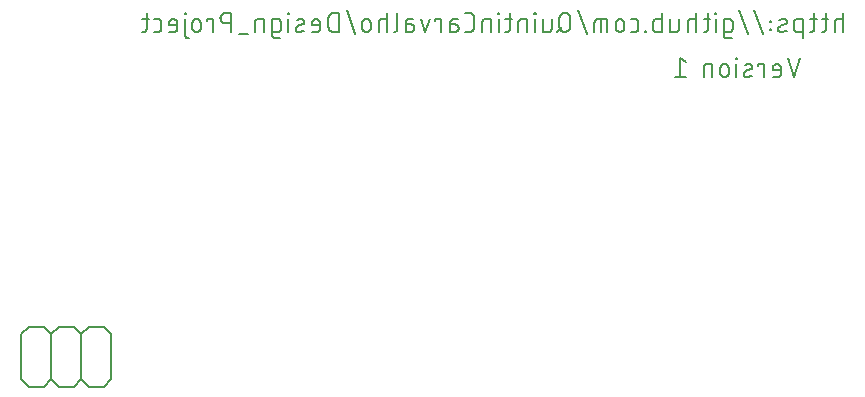
<source format=gbr>
G04 EAGLE Gerber RS-274X export*
G75*
%MOMM*%
%FSLAX34Y34*%
%LPD*%
%INSilkscreen Bottom*%
%IPPOS*%
%AMOC8*
5,1,8,0,0,1.08239X$1,22.5*%
G01*
%ADD10C,0.152400*%


D10*
X987880Y452882D02*
X987880Y469138D01*
X987880Y463719D02*
X983364Y463719D01*
X983260Y463717D01*
X983157Y463711D01*
X983053Y463701D01*
X982950Y463687D01*
X982848Y463669D01*
X982747Y463648D01*
X982646Y463622D01*
X982547Y463593D01*
X982448Y463560D01*
X982351Y463523D01*
X982256Y463482D01*
X982162Y463438D01*
X982070Y463390D01*
X981980Y463339D01*
X981891Y463284D01*
X981805Y463226D01*
X981722Y463164D01*
X981640Y463100D01*
X981562Y463032D01*
X981486Y462962D01*
X981412Y462889D01*
X981342Y462812D01*
X981274Y462734D01*
X981210Y462652D01*
X981148Y462569D01*
X981090Y462483D01*
X981035Y462394D01*
X980984Y462304D01*
X980936Y462212D01*
X980892Y462118D01*
X980851Y462023D01*
X980814Y461926D01*
X980781Y461827D01*
X980752Y461728D01*
X980726Y461627D01*
X980705Y461526D01*
X980687Y461424D01*
X980673Y461321D01*
X980663Y461217D01*
X980657Y461114D01*
X980655Y461010D01*
X980655Y452882D01*
X975109Y463719D02*
X969691Y463719D01*
X973303Y469138D02*
X973303Y455591D01*
X973301Y455490D01*
X973295Y455389D01*
X973286Y455288D01*
X973273Y455187D01*
X973256Y455087D01*
X973235Y454988D01*
X973211Y454890D01*
X973183Y454793D01*
X973151Y454696D01*
X973116Y454601D01*
X973077Y454508D01*
X973035Y454416D01*
X972989Y454325D01*
X972940Y454237D01*
X972888Y454150D01*
X972832Y454065D01*
X972774Y453982D01*
X972712Y453902D01*
X972647Y453824D01*
X972580Y453748D01*
X972510Y453675D01*
X972437Y453605D01*
X972361Y453538D01*
X972283Y453473D01*
X972203Y453411D01*
X972120Y453353D01*
X972035Y453297D01*
X971949Y453245D01*
X971860Y453196D01*
X971769Y453150D01*
X971677Y453108D01*
X971584Y453069D01*
X971489Y453034D01*
X971392Y453002D01*
X971295Y452974D01*
X971197Y452950D01*
X971098Y452929D01*
X970998Y452912D01*
X970897Y452899D01*
X970796Y452890D01*
X970695Y452884D01*
X970594Y452882D01*
X969691Y452882D01*
X965209Y463719D02*
X959791Y463719D01*
X963403Y469138D02*
X963403Y455591D01*
X963401Y455490D01*
X963395Y455389D01*
X963386Y455288D01*
X963373Y455187D01*
X963356Y455087D01*
X963335Y454988D01*
X963311Y454890D01*
X963283Y454793D01*
X963251Y454696D01*
X963216Y454601D01*
X963177Y454508D01*
X963135Y454416D01*
X963089Y454325D01*
X963040Y454237D01*
X962988Y454150D01*
X962932Y454065D01*
X962874Y453982D01*
X962812Y453902D01*
X962747Y453824D01*
X962680Y453748D01*
X962610Y453675D01*
X962537Y453605D01*
X962461Y453538D01*
X962383Y453473D01*
X962303Y453411D01*
X962220Y453353D01*
X962135Y453297D01*
X962049Y453245D01*
X961960Y453196D01*
X961869Y453150D01*
X961777Y453108D01*
X961684Y453069D01*
X961589Y453034D01*
X961492Y453002D01*
X961395Y452974D01*
X961297Y452950D01*
X961198Y452929D01*
X961098Y452912D01*
X960997Y452899D01*
X960896Y452890D01*
X960795Y452884D01*
X960694Y452882D01*
X959791Y452882D01*
X953418Y447463D02*
X953418Y463719D01*
X948903Y463719D01*
X948799Y463717D01*
X948696Y463711D01*
X948592Y463701D01*
X948489Y463687D01*
X948387Y463669D01*
X948286Y463648D01*
X948185Y463622D01*
X948086Y463593D01*
X947987Y463560D01*
X947890Y463523D01*
X947795Y463482D01*
X947701Y463438D01*
X947609Y463390D01*
X947519Y463339D01*
X947430Y463284D01*
X947344Y463226D01*
X947261Y463164D01*
X947179Y463100D01*
X947101Y463032D01*
X947025Y462962D01*
X946951Y462889D01*
X946881Y462812D01*
X946813Y462734D01*
X946749Y462652D01*
X946687Y462569D01*
X946629Y462483D01*
X946574Y462394D01*
X946523Y462304D01*
X946475Y462212D01*
X946431Y462118D01*
X946390Y462023D01*
X946353Y461926D01*
X946320Y461827D01*
X946291Y461728D01*
X946265Y461627D01*
X946244Y461526D01*
X946226Y461424D01*
X946212Y461321D01*
X946202Y461217D01*
X946196Y461114D01*
X946194Y461010D01*
X946193Y461010D02*
X946193Y455591D01*
X946194Y455591D02*
X946196Y455490D01*
X946202Y455389D01*
X946211Y455288D01*
X946224Y455187D01*
X946241Y455087D01*
X946262Y454988D01*
X946286Y454890D01*
X946314Y454793D01*
X946346Y454696D01*
X946381Y454601D01*
X946420Y454508D01*
X946462Y454416D01*
X946508Y454325D01*
X946557Y454236D01*
X946609Y454150D01*
X946665Y454065D01*
X946723Y453982D01*
X946785Y453902D01*
X946850Y453824D01*
X946917Y453748D01*
X946987Y453675D01*
X947060Y453605D01*
X947136Y453538D01*
X947214Y453473D01*
X947294Y453411D01*
X947377Y453353D01*
X947462Y453297D01*
X947549Y453245D01*
X947637Y453196D01*
X947728Y453150D01*
X947820Y453108D01*
X947913Y453069D01*
X948008Y453034D01*
X948105Y453002D01*
X948202Y452974D01*
X948300Y452950D01*
X948399Y452929D01*
X948499Y452912D01*
X948600Y452899D01*
X948701Y452890D01*
X948802Y452884D01*
X948903Y452882D01*
X953418Y452882D01*
X938590Y459204D02*
X934074Y457398D01*
X938590Y459204D02*
X938678Y459241D01*
X938764Y459282D01*
X938849Y459326D01*
X938932Y459374D01*
X939012Y459425D01*
X939091Y459479D01*
X939167Y459537D01*
X939241Y459597D01*
X939313Y459661D01*
X939381Y459727D01*
X939447Y459797D01*
X939510Y459868D01*
X939571Y459943D01*
X939628Y460019D01*
X939681Y460098D01*
X939732Y460179D01*
X939779Y460262D01*
X939823Y460347D01*
X939863Y460434D01*
X939900Y460522D01*
X939933Y460612D01*
X939963Y460703D01*
X939988Y460795D01*
X940010Y460888D01*
X940028Y460982D01*
X940043Y461076D01*
X940053Y461171D01*
X940059Y461267D01*
X940062Y461362D01*
X940061Y461458D01*
X940055Y461553D01*
X940046Y461649D01*
X940033Y461743D01*
X940017Y461837D01*
X939996Y461931D01*
X939971Y462023D01*
X939943Y462114D01*
X939911Y462204D01*
X939876Y462293D01*
X939837Y462380D01*
X939794Y462466D01*
X939748Y462550D01*
X939698Y462631D01*
X939646Y462711D01*
X939590Y462789D01*
X939530Y462864D01*
X939468Y462936D01*
X939403Y463006D01*
X939335Y463074D01*
X939265Y463138D01*
X939192Y463200D01*
X939116Y463258D01*
X939038Y463314D01*
X938958Y463366D01*
X938876Y463415D01*
X938792Y463460D01*
X938706Y463502D01*
X938619Y463541D01*
X938530Y463576D01*
X938439Y463607D01*
X938348Y463634D01*
X938255Y463658D01*
X938162Y463678D01*
X938068Y463694D01*
X937973Y463706D01*
X937878Y463715D01*
X937782Y463719D01*
X937687Y463720D01*
X937440Y463713D01*
X937194Y463701D01*
X936948Y463683D01*
X936702Y463658D01*
X936458Y463628D01*
X936214Y463592D01*
X935971Y463551D01*
X935729Y463503D01*
X935488Y463449D01*
X935249Y463390D01*
X935011Y463325D01*
X934775Y463254D01*
X934540Y463178D01*
X934307Y463096D01*
X934077Y463008D01*
X933849Y462915D01*
X933622Y462817D01*
X934074Y457397D02*
X933986Y457360D01*
X933900Y457319D01*
X933815Y457275D01*
X933732Y457227D01*
X933652Y457176D01*
X933573Y457122D01*
X933497Y457064D01*
X933423Y457004D01*
X933351Y456940D01*
X933283Y456874D01*
X933217Y456804D01*
X933154Y456733D01*
X933093Y456658D01*
X933036Y456582D01*
X932983Y456503D01*
X932932Y456422D01*
X932885Y456339D01*
X932841Y456254D01*
X932801Y456167D01*
X932764Y456079D01*
X932731Y455989D01*
X932701Y455898D01*
X932676Y455806D01*
X932654Y455713D01*
X932636Y455619D01*
X932621Y455525D01*
X932611Y455430D01*
X932605Y455334D01*
X932602Y455239D01*
X932603Y455143D01*
X932609Y455048D01*
X932618Y454952D01*
X932631Y454858D01*
X932647Y454764D01*
X932668Y454670D01*
X932693Y454578D01*
X932721Y454487D01*
X932753Y454397D01*
X932788Y454308D01*
X932827Y454221D01*
X932870Y454135D01*
X932916Y454051D01*
X932966Y453970D01*
X933018Y453890D01*
X933074Y453812D01*
X933134Y453737D01*
X933196Y453665D01*
X933261Y453595D01*
X933329Y453527D01*
X933399Y453463D01*
X933472Y453401D01*
X933548Y453343D01*
X933626Y453287D01*
X933706Y453235D01*
X933788Y453186D01*
X933872Y453141D01*
X933958Y453099D01*
X934045Y453060D01*
X934134Y453025D01*
X934225Y452994D01*
X934316Y452967D01*
X934409Y452943D01*
X934502Y452923D01*
X934596Y452907D01*
X934691Y452895D01*
X934786Y452886D01*
X934882Y452882D01*
X934977Y452881D01*
X934978Y452882D02*
X935340Y452891D01*
X935702Y452909D01*
X936063Y452936D01*
X936423Y452971D01*
X936783Y453014D01*
X937142Y453066D01*
X937499Y453127D01*
X937854Y453196D01*
X938208Y453273D01*
X938560Y453359D01*
X938910Y453453D01*
X939258Y453556D01*
X939603Y453666D01*
X939945Y453785D01*
X926363Y454237D02*
X926363Y455140D01*
X925460Y455140D01*
X925460Y454237D01*
X926363Y454237D01*
X926363Y461462D02*
X926363Y462365D01*
X925460Y462365D01*
X925460Y461462D01*
X926363Y461462D01*
X919624Y451076D02*
X912399Y470944D01*
X899894Y470944D02*
X907119Y451076D01*
X891457Y452882D02*
X886941Y452882D01*
X891457Y452882D02*
X891558Y452884D01*
X891659Y452890D01*
X891760Y452899D01*
X891861Y452912D01*
X891961Y452929D01*
X892060Y452950D01*
X892158Y452974D01*
X892255Y453002D01*
X892352Y453034D01*
X892447Y453069D01*
X892540Y453108D01*
X892632Y453150D01*
X892723Y453196D01*
X892812Y453245D01*
X892898Y453297D01*
X892983Y453353D01*
X893066Y453411D01*
X893146Y453473D01*
X893224Y453538D01*
X893300Y453605D01*
X893373Y453675D01*
X893443Y453748D01*
X893510Y453824D01*
X893575Y453902D01*
X893637Y453982D01*
X893695Y454065D01*
X893751Y454150D01*
X893803Y454237D01*
X893852Y454325D01*
X893898Y454416D01*
X893940Y454508D01*
X893979Y454601D01*
X894014Y454696D01*
X894046Y454793D01*
X894074Y454890D01*
X894098Y454988D01*
X894119Y455087D01*
X894136Y455187D01*
X894149Y455288D01*
X894158Y455389D01*
X894164Y455490D01*
X894166Y455591D01*
X894166Y461010D01*
X894164Y461111D01*
X894158Y461212D01*
X894149Y461313D01*
X894136Y461414D01*
X894119Y461514D01*
X894098Y461613D01*
X894074Y461711D01*
X894046Y461808D01*
X894014Y461905D01*
X893979Y462000D01*
X893940Y462093D01*
X893898Y462185D01*
X893852Y462276D01*
X893803Y462365D01*
X893751Y462451D01*
X893695Y462536D01*
X893637Y462619D01*
X893575Y462699D01*
X893510Y462777D01*
X893443Y462853D01*
X893373Y462926D01*
X893300Y462996D01*
X893224Y463063D01*
X893146Y463128D01*
X893066Y463190D01*
X892983Y463248D01*
X892898Y463304D01*
X892812Y463356D01*
X892723Y463405D01*
X892632Y463451D01*
X892540Y463493D01*
X892447Y463532D01*
X892352Y463567D01*
X892255Y463599D01*
X892158Y463627D01*
X892060Y463651D01*
X891961Y463672D01*
X891861Y463689D01*
X891760Y463702D01*
X891659Y463711D01*
X891558Y463717D01*
X891457Y463719D01*
X886941Y463719D01*
X886941Y450173D01*
X886942Y450173D02*
X886944Y450072D01*
X886950Y449971D01*
X886959Y449870D01*
X886972Y449769D01*
X886989Y449669D01*
X887010Y449570D01*
X887034Y449472D01*
X887062Y449375D01*
X887094Y449278D01*
X887129Y449183D01*
X887168Y449090D01*
X887210Y448998D01*
X887256Y448907D01*
X887305Y448819D01*
X887357Y448732D01*
X887413Y448647D01*
X887471Y448564D01*
X887533Y448484D01*
X887598Y448406D01*
X887665Y448330D01*
X887735Y448257D01*
X887808Y448187D01*
X887884Y448120D01*
X887962Y448055D01*
X888042Y447993D01*
X888125Y447935D01*
X888210Y447879D01*
X888297Y447827D01*
X888385Y447778D01*
X888476Y447732D01*
X888568Y447690D01*
X888661Y447651D01*
X888756Y447616D01*
X888853Y447584D01*
X888950Y447556D01*
X889048Y447532D01*
X889147Y447511D01*
X889247Y447494D01*
X889348Y447481D01*
X889449Y447472D01*
X889550Y447466D01*
X889651Y447464D01*
X889651Y447463D02*
X893263Y447463D01*
X880060Y452882D02*
X880060Y463719D01*
X880511Y468235D02*
X880511Y469138D01*
X879608Y469138D01*
X879608Y468235D01*
X880511Y468235D01*
X875070Y463719D02*
X869651Y463719D01*
X873263Y469138D02*
X873263Y455591D01*
X873261Y455490D01*
X873255Y455389D01*
X873246Y455288D01*
X873233Y455187D01*
X873216Y455087D01*
X873195Y454988D01*
X873171Y454890D01*
X873143Y454793D01*
X873111Y454696D01*
X873076Y454601D01*
X873037Y454508D01*
X872995Y454416D01*
X872949Y454325D01*
X872900Y454237D01*
X872848Y454150D01*
X872792Y454065D01*
X872734Y453982D01*
X872672Y453902D01*
X872607Y453824D01*
X872540Y453748D01*
X872470Y453675D01*
X872397Y453605D01*
X872321Y453538D01*
X872243Y453473D01*
X872163Y453411D01*
X872080Y453353D01*
X871995Y453297D01*
X871909Y453245D01*
X871820Y453196D01*
X871729Y453150D01*
X871637Y453108D01*
X871544Y453069D01*
X871449Y453034D01*
X871352Y453002D01*
X871255Y452974D01*
X871157Y452950D01*
X871058Y452929D01*
X870958Y452912D01*
X870857Y452899D01*
X870756Y452890D01*
X870655Y452884D01*
X870554Y452882D01*
X869651Y452882D01*
X863352Y452882D02*
X863352Y469138D01*
X863352Y463719D02*
X858836Y463719D01*
X858732Y463717D01*
X858629Y463711D01*
X858525Y463701D01*
X858422Y463687D01*
X858320Y463669D01*
X858219Y463648D01*
X858118Y463622D01*
X858019Y463593D01*
X857920Y463560D01*
X857823Y463523D01*
X857728Y463482D01*
X857634Y463438D01*
X857542Y463390D01*
X857452Y463339D01*
X857363Y463284D01*
X857277Y463226D01*
X857194Y463164D01*
X857112Y463100D01*
X857034Y463032D01*
X856958Y462962D01*
X856884Y462889D01*
X856814Y462812D01*
X856746Y462734D01*
X856682Y462652D01*
X856620Y462569D01*
X856562Y462483D01*
X856507Y462394D01*
X856456Y462304D01*
X856408Y462212D01*
X856364Y462118D01*
X856323Y462023D01*
X856286Y461926D01*
X856253Y461827D01*
X856224Y461728D01*
X856198Y461627D01*
X856177Y461526D01*
X856159Y461424D01*
X856145Y461321D01*
X856135Y461217D01*
X856129Y461114D01*
X856127Y461010D01*
X856127Y452882D01*
X848762Y455591D02*
X848762Y463719D01*
X848762Y455591D02*
X848760Y455490D01*
X848754Y455389D01*
X848745Y455288D01*
X848732Y455187D01*
X848715Y455087D01*
X848694Y454988D01*
X848670Y454890D01*
X848642Y454793D01*
X848610Y454696D01*
X848575Y454601D01*
X848536Y454508D01*
X848494Y454416D01*
X848448Y454325D01*
X848399Y454237D01*
X848347Y454150D01*
X848291Y454065D01*
X848233Y453982D01*
X848171Y453902D01*
X848106Y453824D01*
X848039Y453748D01*
X847969Y453675D01*
X847896Y453605D01*
X847820Y453538D01*
X847742Y453473D01*
X847662Y453411D01*
X847579Y453353D01*
X847494Y453297D01*
X847408Y453245D01*
X847319Y453196D01*
X847228Y453150D01*
X847136Y453108D01*
X847043Y453069D01*
X846948Y453034D01*
X846851Y453002D01*
X846754Y452974D01*
X846656Y452950D01*
X846557Y452929D01*
X846457Y452912D01*
X846356Y452899D01*
X846255Y452890D01*
X846154Y452884D01*
X846053Y452882D01*
X841538Y452882D01*
X841538Y463719D01*
X834100Y469138D02*
X834100Y452882D01*
X829584Y452882D01*
X829480Y452884D01*
X829377Y452890D01*
X829273Y452900D01*
X829170Y452914D01*
X829068Y452932D01*
X828967Y452953D01*
X828866Y452979D01*
X828767Y453008D01*
X828668Y453041D01*
X828571Y453078D01*
X828476Y453119D01*
X828382Y453163D01*
X828290Y453211D01*
X828200Y453262D01*
X828111Y453317D01*
X828025Y453375D01*
X827942Y453437D01*
X827860Y453501D01*
X827782Y453569D01*
X827706Y453639D01*
X827632Y453712D01*
X827562Y453789D01*
X827494Y453867D01*
X827430Y453949D01*
X827368Y454032D01*
X827310Y454118D01*
X827255Y454207D01*
X827204Y454297D01*
X827156Y454389D01*
X827112Y454483D01*
X827071Y454578D01*
X827034Y454675D01*
X827001Y454774D01*
X826972Y454873D01*
X826946Y454974D01*
X826925Y455075D01*
X826907Y455177D01*
X826893Y455280D01*
X826883Y455384D01*
X826877Y455487D01*
X826875Y455591D01*
X826875Y461010D01*
X826877Y461111D01*
X826883Y461212D01*
X826892Y461313D01*
X826905Y461414D01*
X826922Y461514D01*
X826943Y461613D01*
X826967Y461711D01*
X826995Y461808D01*
X827027Y461905D01*
X827062Y462000D01*
X827101Y462093D01*
X827143Y462185D01*
X827189Y462276D01*
X827238Y462365D01*
X827290Y462451D01*
X827346Y462536D01*
X827404Y462619D01*
X827466Y462699D01*
X827531Y462777D01*
X827598Y462853D01*
X827668Y462926D01*
X827741Y462996D01*
X827817Y463063D01*
X827895Y463128D01*
X827975Y463190D01*
X828058Y463248D01*
X828143Y463304D01*
X828230Y463356D01*
X828318Y463405D01*
X828409Y463451D01*
X828501Y463493D01*
X828594Y463532D01*
X828689Y463567D01*
X828786Y463599D01*
X828883Y463627D01*
X828981Y463651D01*
X829080Y463672D01*
X829180Y463689D01*
X829281Y463702D01*
X829382Y463711D01*
X829483Y463717D01*
X829584Y463719D01*
X834100Y463719D01*
X821113Y453785D02*
X821113Y452882D01*
X821113Y453785D02*
X820210Y453785D01*
X820210Y452882D01*
X821113Y452882D01*
X811647Y452882D02*
X808034Y452882D01*
X811647Y452882D02*
X811748Y452884D01*
X811849Y452890D01*
X811950Y452899D01*
X812051Y452912D01*
X812151Y452929D01*
X812250Y452950D01*
X812348Y452974D01*
X812445Y453002D01*
X812542Y453034D01*
X812637Y453069D01*
X812730Y453108D01*
X812822Y453150D01*
X812913Y453196D01*
X813002Y453245D01*
X813088Y453297D01*
X813173Y453353D01*
X813256Y453411D01*
X813336Y453473D01*
X813414Y453538D01*
X813490Y453605D01*
X813563Y453675D01*
X813633Y453748D01*
X813700Y453824D01*
X813765Y453902D01*
X813827Y453982D01*
X813885Y454065D01*
X813941Y454150D01*
X813993Y454237D01*
X814042Y454325D01*
X814088Y454416D01*
X814130Y454508D01*
X814169Y454601D01*
X814204Y454696D01*
X814236Y454793D01*
X814264Y454890D01*
X814288Y454988D01*
X814309Y455087D01*
X814326Y455187D01*
X814339Y455288D01*
X814348Y455389D01*
X814354Y455490D01*
X814356Y455591D01*
X814356Y461010D01*
X814354Y461111D01*
X814348Y461212D01*
X814339Y461313D01*
X814326Y461414D01*
X814309Y461514D01*
X814288Y461613D01*
X814264Y461711D01*
X814236Y461808D01*
X814204Y461905D01*
X814169Y462000D01*
X814130Y462093D01*
X814088Y462185D01*
X814042Y462276D01*
X813993Y462365D01*
X813941Y462451D01*
X813885Y462536D01*
X813827Y462619D01*
X813765Y462699D01*
X813700Y462777D01*
X813633Y462853D01*
X813563Y462926D01*
X813490Y462996D01*
X813414Y463063D01*
X813336Y463128D01*
X813256Y463190D01*
X813173Y463248D01*
X813088Y463304D01*
X813002Y463356D01*
X812913Y463405D01*
X812822Y463451D01*
X812730Y463493D01*
X812637Y463532D01*
X812542Y463567D01*
X812445Y463599D01*
X812348Y463627D01*
X812250Y463651D01*
X812151Y463672D01*
X812051Y463689D01*
X811950Y463702D01*
X811849Y463711D01*
X811748Y463717D01*
X811647Y463719D01*
X808034Y463719D01*
X802390Y460107D02*
X802390Y456494D01*
X802389Y460107D02*
X802387Y460226D01*
X802381Y460346D01*
X802371Y460465D01*
X802357Y460583D01*
X802340Y460702D01*
X802318Y460819D01*
X802293Y460936D01*
X802263Y461051D01*
X802230Y461166D01*
X802193Y461280D01*
X802153Y461392D01*
X802108Y461503D01*
X802060Y461612D01*
X802009Y461720D01*
X801954Y461826D01*
X801895Y461930D01*
X801833Y462032D01*
X801768Y462132D01*
X801699Y462230D01*
X801627Y462326D01*
X801552Y462419D01*
X801475Y462509D01*
X801394Y462597D01*
X801310Y462682D01*
X801223Y462764D01*
X801134Y462844D01*
X801042Y462920D01*
X800948Y462994D01*
X800851Y463064D01*
X800753Y463131D01*
X800652Y463195D01*
X800548Y463255D01*
X800443Y463312D01*
X800336Y463365D01*
X800228Y463415D01*
X800118Y463461D01*
X800006Y463503D01*
X799893Y463542D01*
X799779Y463577D01*
X799664Y463608D01*
X799547Y463636D01*
X799430Y463659D01*
X799313Y463679D01*
X799194Y463695D01*
X799075Y463707D01*
X798956Y463715D01*
X798837Y463719D01*
X798717Y463719D01*
X798598Y463715D01*
X798479Y463707D01*
X798360Y463695D01*
X798241Y463679D01*
X798124Y463659D01*
X798007Y463636D01*
X797890Y463608D01*
X797775Y463577D01*
X797661Y463542D01*
X797548Y463503D01*
X797436Y463461D01*
X797326Y463415D01*
X797218Y463365D01*
X797111Y463312D01*
X797006Y463255D01*
X796902Y463195D01*
X796801Y463131D01*
X796703Y463064D01*
X796606Y462994D01*
X796512Y462920D01*
X796420Y462844D01*
X796331Y462764D01*
X796244Y462682D01*
X796160Y462597D01*
X796079Y462509D01*
X796002Y462419D01*
X795927Y462326D01*
X795855Y462230D01*
X795786Y462132D01*
X795721Y462032D01*
X795659Y461930D01*
X795600Y461826D01*
X795545Y461720D01*
X795494Y461612D01*
X795446Y461503D01*
X795401Y461392D01*
X795361Y461280D01*
X795324Y461166D01*
X795291Y461051D01*
X795261Y460936D01*
X795236Y460819D01*
X795214Y460702D01*
X795197Y460583D01*
X795183Y460465D01*
X795173Y460346D01*
X795167Y460226D01*
X795165Y460107D01*
X795165Y456494D01*
X795167Y456375D01*
X795173Y456255D01*
X795183Y456136D01*
X795197Y456018D01*
X795214Y455899D01*
X795236Y455782D01*
X795261Y455665D01*
X795291Y455550D01*
X795324Y455435D01*
X795361Y455321D01*
X795401Y455209D01*
X795446Y455098D01*
X795494Y454989D01*
X795545Y454881D01*
X795600Y454775D01*
X795659Y454671D01*
X795721Y454569D01*
X795786Y454469D01*
X795855Y454371D01*
X795927Y454275D01*
X796002Y454182D01*
X796079Y454092D01*
X796160Y454004D01*
X796244Y453919D01*
X796331Y453837D01*
X796420Y453757D01*
X796512Y453681D01*
X796606Y453607D01*
X796703Y453537D01*
X796801Y453470D01*
X796902Y453406D01*
X797006Y453346D01*
X797111Y453289D01*
X797218Y453236D01*
X797326Y453186D01*
X797436Y453140D01*
X797548Y453098D01*
X797661Y453059D01*
X797775Y453024D01*
X797890Y452993D01*
X798007Y452965D01*
X798124Y452942D01*
X798241Y452922D01*
X798360Y452906D01*
X798479Y452894D01*
X798598Y452886D01*
X798717Y452882D01*
X798837Y452882D01*
X798956Y452886D01*
X799075Y452894D01*
X799194Y452906D01*
X799313Y452922D01*
X799430Y452942D01*
X799547Y452965D01*
X799664Y452993D01*
X799779Y453024D01*
X799893Y453059D01*
X800006Y453098D01*
X800118Y453140D01*
X800228Y453186D01*
X800336Y453236D01*
X800443Y453289D01*
X800548Y453346D01*
X800652Y453406D01*
X800753Y453470D01*
X800851Y453537D01*
X800948Y453607D01*
X801042Y453681D01*
X801134Y453757D01*
X801223Y453837D01*
X801310Y453919D01*
X801394Y454004D01*
X801475Y454092D01*
X801552Y454182D01*
X801627Y454275D01*
X801699Y454371D01*
X801768Y454469D01*
X801833Y454569D01*
X801895Y454671D01*
X801954Y454775D01*
X802009Y454881D01*
X802060Y454989D01*
X802108Y455098D01*
X802153Y455209D01*
X802193Y455321D01*
X802230Y455435D01*
X802263Y455550D01*
X802293Y455665D01*
X802318Y455782D01*
X802340Y455899D01*
X802357Y456018D01*
X802371Y456136D01*
X802381Y456255D01*
X802387Y456375D01*
X802389Y456494D01*
X788044Y452882D02*
X788044Y463719D01*
X779916Y463719D01*
X779815Y463717D01*
X779714Y463711D01*
X779613Y463702D01*
X779512Y463689D01*
X779412Y463672D01*
X779313Y463651D01*
X779215Y463627D01*
X779118Y463599D01*
X779021Y463567D01*
X778926Y463532D01*
X778833Y463493D01*
X778741Y463451D01*
X778650Y463405D01*
X778562Y463356D01*
X778475Y463304D01*
X778390Y463248D01*
X778307Y463190D01*
X778227Y463128D01*
X778149Y463063D01*
X778073Y462996D01*
X778000Y462926D01*
X777930Y462853D01*
X777863Y462777D01*
X777798Y462699D01*
X777736Y462619D01*
X777678Y462536D01*
X777622Y462451D01*
X777570Y462365D01*
X777521Y462276D01*
X777475Y462185D01*
X777433Y462093D01*
X777394Y462000D01*
X777359Y461905D01*
X777327Y461808D01*
X777299Y461711D01*
X777275Y461613D01*
X777254Y461514D01*
X777237Y461414D01*
X777224Y461313D01*
X777215Y461212D01*
X777209Y461111D01*
X777207Y461010D01*
X777206Y461010D02*
X777206Y452882D01*
X782625Y452882D02*
X782625Y463719D01*
X770606Y451076D02*
X763381Y470944D01*
X756605Y464622D02*
X756605Y457398D01*
X756605Y464622D02*
X756603Y464755D01*
X756597Y464887D01*
X756587Y465019D01*
X756574Y465151D01*
X756556Y465283D01*
X756535Y465413D01*
X756510Y465544D01*
X756481Y465673D01*
X756448Y465801D01*
X756412Y465929D01*
X756372Y466055D01*
X756328Y466180D01*
X756280Y466304D01*
X756229Y466426D01*
X756174Y466547D01*
X756116Y466666D01*
X756054Y466784D01*
X755989Y466899D01*
X755920Y467013D01*
X755849Y467124D01*
X755773Y467233D01*
X755695Y467340D01*
X755614Y467445D01*
X755529Y467547D01*
X755442Y467647D01*
X755352Y467744D01*
X755259Y467839D01*
X755163Y467930D01*
X755065Y468019D01*
X754964Y468105D01*
X754860Y468188D01*
X754754Y468268D01*
X754646Y468344D01*
X754536Y468418D01*
X754423Y468488D01*
X754309Y468555D01*
X754192Y468618D01*
X754074Y468678D01*
X753954Y468735D01*
X753832Y468788D01*
X753709Y468837D01*
X753585Y468883D01*
X753459Y468925D01*
X753332Y468963D01*
X753204Y468998D01*
X753075Y469029D01*
X752946Y469056D01*
X752815Y469079D01*
X752684Y469099D01*
X752552Y469114D01*
X752420Y469126D01*
X752288Y469134D01*
X752155Y469138D01*
X752023Y469138D01*
X751890Y469134D01*
X751758Y469126D01*
X751626Y469114D01*
X751494Y469099D01*
X751363Y469079D01*
X751232Y469056D01*
X751103Y469029D01*
X750974Y468998D01*
X750846Y468963D01*
X750719Y468925D01*
X750593Y468883D01*
X750469Y468837D01*
X750346Y468788D01*
X750224Y468735D01*
X750104Y468678D01*
X749986Y468618D01*
X749869Y468555D01*
X749755Y468488D01*
X749642Y468418D01*
X749532Y468344D01*
X749424Y468268D01*
X749318Y468188D01*
X749214Y468105D01*
X749113Y468019D01*
X749015Y467930D01*
X748919Y467839D01*
X748826Y467744D01*
X748736Y467647D01*
X748649Y467547D01*
X748564Y467445D01*
X748483Y467340D01*
X748405Y467233D01*
X748329Y467124D01*
X748258Y467013D01*
X748189Y466899D01*
X748124Y466784D01*
X748062Y466666D01*
X748004Y466547D01*
X747949Y466426D01*
X747898Y466304D01*
X747850Y466180D01*
X747806Y466055D01*
X747766Y465929D01*
X747730Y465801D01*
X747697Y465673D01*
X747668Y465544D01*
X747643Y465413D01*
X747622Y465283D01*
X747604Y465151D01*
X747591Y465019D01*
X747581Y464887D01*
X747575Y464755D01*
X747573Y464622D01*
X747574Y464622D02*
X747574Y457398D01*
X747573Y457398D02*
X747575Y457265D01*
X747581Y457133D01*
X747591Y457001D01*
X747604Y456869D01*
X747622Y456737D01*
X747643Y456607D01*
X747668Y456476D01*
X747697Y456347D01*
X747730Y456219D01*
X747766Y456091D01*
X747806Y455965D01*
X747850Y455840D01*
X747898Y455716D01*
X747949Y455594D01*
X748004Y455473D01*
X748062Y455354D01*
X748124Y455236D01*
X748189Y455121D01*
X748258Y455007D01*
X748329Y454896D01*
X748405Y454787D01*
X748483Y454680D01*
X748564Y454575D01*
X748649Y454473D01*
X748736Y454373D01*
X748826Y454276D01*
X748919Y454181D01*
X749015Y454090D01*
X749113Y454001D01*
X749214Y453915D01*
X749318Y453832D01*
X749424Y453752D01*
X749532Y453676D01*
X749642Y453602D01*
X749755Y453532D01*
X749869Y453465D01*
X749986Y453402D01*
X750104Y453342D01*
X750224Y453285D01*
X750346Y453232D01*
X750469Y453183D01*
X750593Y453137D01*
X750719Y453095D01*
X750846Y453057D01*
X750974Y453022D01*
X751103Y452991D01*
X751232Y452964D01*
X751363Y452941D01*
X751494Y452921D01*
X751626Y452906D01*
X751758Y452894D01*
X751890Y452886D01*
X752023Y452882D01*
X752155Y452882D01*
X752288Y452886D01*
X752420Y452894D01*
X752552Y452906D01*
X752684Y452921D01*
X752815Y452941D01*
X752946Y452964D01*
X753075Y452991D01*
X753204Y453022D01*
X753332Y453057D01*
X753459Y453095D01*
X753585Y453137D01*
X753709Y453183D01*
X753832Y453232D01*
X753954Y453285D01*
X754074Y453342D01*
X754192Y453402D01*
X754309Y453465D01*
X754423Y453532D01*
X754536Y453602D01*
X754646Y453676D01*
X754754Y453752D01*
X754860Y453832D01*
X754964Y453915D01*
X755065Y454001D01*
X755163Y454090D01*
X755259Y454181D01*
X755352Y454276D01*
X755442Y454373D01*
X755529Y454473D01*
X755614Y454575D01*
X755695Y454680D01*
X755773Y454787D01*
X755849Y454896D01*
X755920Y455007D01*
X755989Y455121D01*
X756054Y455236D01*
X756116Y455354D01*
X756174Y455473D01*
X756229Y455594D01*
X756280Y455716D01*
X756328Y455840D01*
X756372Y455965D01*
X756412Y456091D01*
X756448Y456219D01*
X756481Y456347D01*
X756510Y456476D01*
X756535Y456607D01*
X756556Y456737D01*
X756574Y456869D01*
X756587Y457001D01*
X756597Y457133D01*
X756603Y457265D01*
X756605Y457398D01*
X749380Y456494D02*
X745768Y452882D01*
X740907Y455591D02*
X740907Y463719D01*
X740907Y455591D02*
X740905Y455490D01*
X740899Y455389D01*
X740890Y455288D01*
X740877Y455187D01*
X740860Y455087D01*
X740839Y454988D01*
X740815Y454890D01*
X740787Y454793D01*
X740755Y454696D01*
X740720Y454601D01*
X740681Y454508D01*
X740639Y454416D01*
X740593Y454325D01*
X740544Y454237D01*
X740492Y454150D01*
X740436Y454065D01*
X740378Y453982D01*
X740316Y453902D01*
X740251Y453824D01*
X740184Y453748D01*
X740114Y453675D01*
X740041Y453605D01*
X739965Y453538D01*
X739887Y453473D01*
X739807Y453411D01*
X739724Y453353D01*
X739639Y453297D01*
X739553Y453245D01*
X739464Y453196D01*
X739373Y453150D01*
X739281Y453108D01*
X739188Y453069D01*
X739093Y453034D01*
X738996Y453002D01*
X738899Y452974D01*
X738801Y452950D01*
X738702Y452929D01*
X738602Y452912D01*
X738501Y452899D01*
X738400Y452890D01*
X738299Y452884D01*
X738198Y452882D01*
X733682Y452882D01*
X733682Y463719D01*
X726874Y463719D02*
X726874Y452882D01*
X727325Y468235D02*
X727325Y469138D01*
X726422Y469138D01*
X726422Y468235D01*
X727325Y468235D01*
X720065Y463719D02*
X720065Y452882D01*
X720065Y463719D02*
X715550Y463719D01*
X715446Y463717D01*
X715343Y463711D01*
X715239Y463701D01*
X715136Y463687D01*
X715034Y463669D01*
X714933Y463648D01*
X714832Y463622D01*
X714733Y463593D01*
X714634Y463560D01*
X714537Y463523D01*
X714442Y463482D01*
X714348Y463438D01*
X714256Y463390D01*
X714166Y463339D01*
X714077Y463284D01*
X713991Y463226D01*
X713908Y463164D01*
X713826Y463100D01*
X713748Y463032D01*
X713672Y462962D01*
X713598Y462889D01*
X713528Y462812D01*
X713460Y462734D01*
X713396Y462652D01*
X713334Y462569D01*
X713276Y462483D01*
X713221Y462394D01*
X713170Y462304D01*
X713122Y462212D01*
X713078Y462118D01*
X713037Y462023D01*
X713000Y461926D01*
X712967Y461827D01*
X712938Y461728D01*
X712912Y461627D01*
X712891Y461526D01*
X712873Y461424D01*
X712859Y461321D01*
X712849Y461217D01*
X712843Y461114D01*
X712841Y461010D01*
X712840Y461010D02*
X712840Y452882D01*
X707295Y463719D02*
X701876Y463719D01*
X705488Y469138D02*
X705488Y455591D01*
X705486Y455490D01*
X705480Y455389D01*
X705471Y455288D01*
X705458Y455187D01*
X705441Y455087D01*
X705420Y454988D01*
X705396Y454890D01*
X705368Y454793D01*
X705336Y454696D01*
X705301Y454601D01*
X705262Y454508D01*
X705220Y454416D01*
X705174Y454325D01*
X705125Y454237D01*
X705073Y454150D01*
X705017Y454065D01*
X704959Y453982D01*
X704897Y453902D01*
X704832Y453824D01*
X704765Y453748D01*
X704695Y453675D01*
X704622Y453605D01*
X704546Y453538D01*
X704468Y453473D01*
X704388Y453411D01*
X704305Y453353D01*
X704220Y453297D01*
X704134Y453245D01*
X704045Y453196D01*
X703954Y453150D01*
X703862Y453108D01*
X703769Y453069D01*
X703674Y453034D01*
X703577Y453002D01*
X703480Y452974D01*
X703382Y452950D01*
X703283Y452929D01*
X703183Y452912D01*
X703082Y452899D01*
X702981Y452890D01*
X702880Y452884D01*
X702779Y452882D01*
X701876Y452882D01*
X696132Y452882D02*
X696132Y463719D01*
X696584Y468235D02*
X696584Y469138D01*
X695681Y469138D01*
X695681Y468235D01*
X696584Y468235D01*
X689324Y463719D02*
X689324Y452882D01*
X689324Y463719D02*
X684808Y463719D01*
X684704Y463717D01*
X684601Y463711D01*
X684497Y463701D01*
X684394Y463687D01*
X684292Y463669D01*
X684191Y463648D01*
X684090Y463622D01*
X683991Y463593D01*
X683892Y463560D01*
X683795Y463523D01*
X683700Y463482D01*
X683606Y463438D01*
X683514Y463390D01*
X683424Y463339D01*
X683335Y463284D01*
X683249Y463226D01*
X683166Y463164D01*
X683084Y463100D01*
X683006Y463032D01*
X682930Y462962D01*
X682856Y462889D01*
X682786Y462812D01*
X682718Y462734D01*
X682654Y462652D01*
X682592Y462569D01*
X682534Y462483D01*
X682479Y462394D01*
X682428Y462304D01*
X682380Y462212D01*
X682336Y462118D01*
X682295Y462023D01*
X682258Y461926D01*
X682225Y461827D01*
X682196Y461728D01*
X682170Y461627D01*
X682149Y461526D01*
X682131Y461424D01*
X682117Y461321D01*
X682107Y461217D01*
X682101Y461114D01*
X682099Y461010D01*
X682099Y452882D01*
X671544Y452882D02*
X667932Y452882D01*
X671544Y452882D02*
X671662Y452884D01*
X671780Y452890D01*
X671898Y452899D01*
X672015Y452913D01*
X672132Y452930D01*
X672249Y452951D01*
X672364Y452976D01*
X672479Y453005D01*
X672593Y453038D01*
X672705Y453074D01*
X672816Y453114D01*
X672926Y453157D01*
X673035Y453204D01*
X673142Y453254D01*
X673247Y453309D01*
X673350Y453366D01*
X673451Y453427D01*
X673551Y453491D01*
X673648Y453558D01*
X673743Y453628D01*
X673835Y453702D01*
X673926Y453778D01*
X674013Y453858D01*
X674098Y453940D01*
X674180Y454025D01*
X674260Y454112D01*
X674336Y454203D01*
X674410Y454295D01*
X674480Y454390D01*
X674547Y454487D01*
X674611Y454587D01*
X674672Y454688D01*
X674729Y454791D01*
X674784Y454896D01*
X674834Y455003D01*
X674881Y455112D01*
X674924Y455222D01*
X674964Y455333D01*
X675000Y455445D01*
X675033Y455559D01*
X675062Y455674D01*
X675087Y455789D01*
X675108Y455906D01*
X675125Y456023D01*
X675139Y456140D01*
X675148Y456258D01*
X675154Y456376D01*
X675156Y456494D01*
X675156Y465526D01*
X675154Y465644D01*
X675148Y465762D01*
X675139Y465880D01*
X675125Y465997D01*
X675108Y466114D01*
X675087Y466231D01*
X675062Y466346D01*
X675033Y466461D01*
X675000Y466575D01*
X674964Y466687D01*
X674924Y466798D01*
X674881Y466908D01*
X674834Y467017D01*
X674784Y467124D01*
X674729Y467229D01*
X674672Y467332D01*
X674611Y467433D01*
X674547Y467533D01*
X674480Y467630D01*
X674410Y467725D01*
X674336Y467817D01*
X674260Y467908D01*
X674180Y467995D01*
X674098Y468080D01*
X674013Y468162D01*
X673926Y468242D01*
X673835Y468318D01*
X673743Y468392D01*
X673648Y468462D01*
X673551Y468529D01*
X673451Y468593D01*
X673350Y468654D01*
X673247Y468711D01*
X673142Y468766D01*
X673035Y468816D01*
X672926Y468863D01*
X672816Y468906D01*
X672705Y468946D01*
X672593Y468982D01*
X672479Y469015D01*
X672364Y469044D01*
X672249Y469069D01*
X672132Y469090D01*
X672015Y469107D01*
X671898Y469121D01*
X671780Y469130D01*
X671662Y469136D01*
X671544Y469138D01*
X667932Y469138D01*
X659142Y459204D02*
X655078Y459204D01*
X659142Y459204D02*
X659254Y459202D01*
X659365Y459196D01*
X659476Y459186D01*
X659587Y459173D01*
X659697Y459155D01*
X659806Y459133D01*
X659915Y459108D01*
X660023Y459079D01*
X660129Y459046D01*
X660235Y459009D01*
X660339Y458969D01*
X660441Y458925D01*
X660542Y458877D01*
X660641Y458826D01*
X660739Y458771D01*
X660834Y458713D01*
X660927Y458652D01*
X661018Y458587D01*
X661107Y458519D01*
X661193Y458448D01*
X661276Y458375D01*
X661357Y458298D01*
X661436Y458218D01*
X661511Y458136D01*
X661583Y458051D01*
X661653Y457964D01*
X661719Y457874D01*
X661782Y457782D01*
X661842Y457687D01*
X661898Y457591D01*
X661951Y457493D01*
X662000Y457393D01*
X662046Y457291D01*
X662088Y457188D01*
X662127Y457083D01*
X662162Y456977D01*
X662193Y456870D01*
X662220Y456762D01*
X662244Y456653D01*
X662263Y456543D01*
X662279Y456433D01*
X662291Y456322D01*
X662299Y456210D01*
X662303Y456099D01*
X662303Y455987D01*
X662299Y455876D01*
X662291Y455764D01*
X662279Y455653D01*
X662263Y455543D01*
X662244Y455433D01*
X662220Y455324D01*
X662193Y455216D01*
X662162Y455109D01*
X662127Y455003D01*
X662088Y454898D01*
X662046Y454795D01*
X662000Y454693D01*
X661951Y454593D01*
X661898Y454495D01*
X661842Y454399D01*
X661782Y454304D01*
X661719Y454212D01*
X661653Y454122D01*
X661583Y454035D01*
X661511Y453950D01*
X661436Y453868D01*
X661357Y453788D01*
X661276Y453711D01*
X661193Y453638D01*
X661107Y453567D01*
X661018Y453499D01*
X660927Y453434D01*
X660834Y453373D01*
X660739Y453315D01*
X660641Y453260D01*
X660542Y453209D01*
X660441Y453161D01*
X660339Y453117D01*
X660235Y453077D01*
X660129Y453040D01*
X660023Y453007D01*
X659915Y452978D01*
X659806Y452953D01*
X659697Y452931D01*
X659587Y452913D01*
X659476Y452900D01*
X659365Y452890D01*
X659254Y452884D01*
X659142Y452882D01*
X655078Y452882D01*
X655078Y461010D01*
X655079Y461010D02*
X655081Y461111D01*
X655087Y461212D01*
X655096Y461313D01*
X655109Y461414D01*
X655126Y461514D01*
X655147Y461613D01*
X655171Y461711D01*
X655199Y461808D01*
X655231Y461905D01*
X655266Y462000D01*
X655305Y462093D01*
X655347Y462185D01*
X655393Y462276D01*
X655442Y462365D01*
X655494Y462451D01*
X655550Y462536D01*
X655608Y462619D01*
X655670Y462699D01*
X655735Y462777D01*
X655802Y462853D01*
X655872Y462926D01*
X655945Y462996D01*
X656021Y463063D01*
X656099Y463128D01*
X656179Y463190D01*
X656262Y463248D01*
X656347Y463304D01*
X656434Y463356D01*
X656522Y463405D01*
X656613Y463451D01*
X656705Y463493D01*
X656798Y463532D01*
X656893Y463567D01*
X656990Y463599D01*
X657087Y463627D01*
X657185Y463651D01*
X657284Y463672D01*
X657384Y463689D01*
X657485Y463702D01*
X657586Y463711D01*
X657687Y463717D01*
X657788Y463719D01*
X661400Y463719D01*
X647556Y463719D02*
X647556Y452882D01*
X647556Y463719D02*
X642137Y463719D01*
X642137Y461913D01*
X637741Y463719D02*
X634129Y452882D01*
X630516Y463719D01*
X621627Y459204D02*
X617563Y459204D01*
X621627Y459204D02*
X621739Y459202D01*
X621850Y459196D01*
X621961Y459186D01*
X622072Y459173D01*
X622182Y459155D01*
X622291Y459133D01*
X622400Y459108D01*
X622508Y459079D01*
X622614Y459046D01*
X622720Y459009D01*
X622824Y458969D01*
X622926Y458925D01*
X623027Y458877D01*
X623126Y458826D01*
X623224Y458771D01*
X623319Y458713D01*
X623412Y458652D01*
X623503Y458587D01*
X623592Y458519D01*
X623678Y458448D01*
X623761Y458375D01*
X623842Y458298D01*
X623921Y458218D01*
X623996Y458136D01*
X624068Y458051D01*
X624138Y457964D01*
X624204Y457874D01*
X624267Y457782D01*
X624327Y457687D01*
X624383Y457591D01*
X624436Y457493D01*
X624485Y457393D01*
X624531Y457291D01*
X624573Y457188D01*
X624612Y457083D01*
X624647Y456977D01*
X624678Y456870D01*
X624705Y456762D01*
X624729Y456653D01*
X624748Y456543D01*
X624764Y456433D01*
X624776Y456322D01*
X624784Y456210D01*
X624788Y456099D01*
X624788Y455987D01*
X624784Y455876D01*
X624776Y455764D01*
X624764Y455653D01*
X624748Y455543D01*
X624729Y455433D01*
X624705Y455324D01*
X624678Y455216D01*
X624647Y455109D01*
X624612Y455003D01*
X624573Y454898D01*
X624531Y454795D01*
X624485Y454693D01*
X624436Y454593D01*
X624383Y454495D01*
X624327Y454399D01*
X624267Y454304D01*
X624204Y454212D01*
X624138Y454122D01*
X624068Y454035D01*
X623996Y453950D01*
X623921Y453868D01*
X623842Y453788D01*
X623761Y453711D01*
X623678Y453638D01*
X623592Y453567D01*
X623503Y453499D01*
X623412Y453434D01*
X623319Y453373D01*
X623224Y453315D01*
X623126Y453260D01*
X623027Y453209D01*
X622926Y453161D01*
X622824Y453117D01*
X622720Y453077D01*
X622614Y453040D01*
X622508Y453007D01*
X622400Y452978D01*
X622291Y452953D01*
X622182Y452931D01*
X622072Y452913D01*
X621961Y452900D01*
X621850Y452890D01*
X621739Y452884D01*
X621627Y452882D01*
X617563Y452882D01*
X617563Y461010D01*
X617564Y461010D02*
X617566Y461111D01*
X617572Y461212D01*
X617581Y461313D01*
X617594Y461414D01*
X617611Y461514D01*
X617632Y461613D01*
X617656Y461711D01*
X617684Y461808D01*
X617716Y461905D01*
X617751Y462000D01*
X617790Y462093D01*
X617832Y462185D01*
X617878Y462276D01*
X617927Y462365D01*
X617979Y462451D01*
X618035Y462536D01*
X618093Y462619D01*
X618155Y462699D01*
X618220Y462777D01*
X618287Y462853D01*
X618357Y462926D01*
X618430Y462996D01*
X618506Y463063D01*
X618584Y463128D01*
X618664Y463190D01*
X618747Y463248D01*
X618832Y463304D01*
X618919Y463356D01*
X619007Y463405D01*
X619098Y463451D01*
X619190Y463493D01*
X619283Y463532D01*
X619378Y463567D01*
X619475Y463599D01*
X619572Y463627D01*
X619670Y463651D01*
X619769Y463672D01*
X619869Y463689D01*
X619970Y463702D01*
X620071Y463711D01*
X620172Y463717D01*
X620273Y463719D01*
X623885Y463719D01*
X610410Y469138D02*
X610410Y455591D01*
X610408Y455490D01*
X610402Y455389D01*
X610393Y455288D01*
X610380Y455187D01*
X610363Y455087D01*
X610342Y454988D01*
X610318Y454890D01*
X610290Y454793D01*
X610258Y454696D01*
X610223Y454601D01*
X610184Y454508D01*
X610142Y454416D01*
X610096Y454325D01*
X610047Y454237D01*
X609995Y454150D01*
X609939Y454065D01*
X609881Y453982D01*
X609819Y453902D01*
X609754Y453824D01*
X609687Y453748D01*
X609617Y453675D01*
X609544Y453605D01*
X609468Y453538D01*
X609390Y453473D01*
X609310Y453411D01*
X609227Y453353D01*
X609142Y453297D01*
X609056Y453245D01*
X608967Y453196D01*
X608876Y453150D01*
X608784Y453108D01*
X608691Y453069D01*
X608596Y453034D01*
X608499Y453002D01*
X608402Y452974D01*
X608304Y452950D01*
X608205Y452929D01*
X608105Y452912D01*
X608004Y452899D01*
X607903Y452890D01*
X607802Y452884D01*
X607701Y452882D01*
X601789Y452882D02*
X601789Y469138D01*
X601789Y463719D02*
X597274Y463719D01*
X597170Y463717D01*
X597067Y463711D01*
X596963Y463701D01*
X596860Y463687D01*
X596758Y463669D01*
X596657Y463648D01*
X596556Y463622D01*
X596457Y463593D01*
X596358Y463560D01*
X596261Y463523D01*
X596166Y463482D01*
X596072Y463438D01*
X595980Y463390D01*
X595890Y463339D01*
X595801Y463284D01*
X595715Y463226D01*
X595632Y463164D01*
X595550Y463100D01*
X595472Y463032D01*
X595396Y462962D01*
X595322Y462889D01*
X595252Y462812D01*
X595184Y462734D01*
X595120Y462652D01*
X595058Y462569D01*
X595000Y462483D01*
X594945Y462394D01*
X594894Y462304D01*
X594846Y462212D01*
X594802Y462118D01*
X594761Y462023D01*
X594724Y461926D01*
X594691Y461827D01*
X594662Y461728D01*
X594636Y461627D01*
X594615Y461526D01*
X594597Y461424D01*
X594583Y461321D01*
X594573Y461217D01*
X594567Y461114D01*
X594565Y461010D01*
X594564Y461010D02*
X594564Y452882D01*
X587721Y456494D02*
X587721Y460107D01*
X587719Y460226D01*
X587713Y460346D01*
X587703Y460465D01*
X587689Y460583D01*
X587672Y460702D01*
X587650Y460819D01*
X587625Y460936D01*
X587595Y461051D01*
X587562Y461166D01*
X587525Y461280D01*
X587485Y461392D01*
X587440Y461503D01*
X587392Y461612D01*
X587341Y461720D01*
X587286Y461826D01*
X587227Y461930D01*
X587165Y462032D01*
X587100Y462132D01*
X587031Y462230D01*
X586959Y462326D01*
X586884Y462419D01*
X586807Y462509D01*
X586726Y462597D01*
X586642Y462682D01*
X586555Y462764D01*
X586466Y462844D01*
X586374Y462920D01*
X586280Y462994D01*
X586183Y463064D01*
X586085Y463131D01*
X585984Y463195D01*
X585880Y463255D01*
X585775Y463312D01*
X585668Y463365D01*
X585560Y463415D01*
X585450Y463461D01*
X585338Y463503D01*
X585225Y463542D01*
X585111Y463577D01*
X584996Y463608D01*
X584879Y463636D01*
X584762Y463659D01*
X584645Y463679D01*
X584526Y463695D01*
X584407Y463707D01*
X584288Y463715D01*
X584169Y463719D01*
X584049Y463719D01*
X583930Y463715D01*
X583811Y463707D01*
X583692Y463695D01*
X583573Y463679D01*
X583456Y463659D01*
X583339Y463636D01*
X583222Y463608D01*
X583107Y463577D01*
X582993Y463542D01*
X582880Y463503D01*
X582768Y463461D01*
X582658Y463415D01*
X582550Y463365D01*
X582443Y463312D01*
X582338Y463255D01*
X582234Y463195D01*
X582133Y463131D01*
X582035Y463064D01*
X581938Y462994D01*
X581844Y462920D01*
X581752Y462844D01*
X581663Y462764D01*
X581576Y462682D01*
X581492Y462597D01*
X581411Y462509D01*
X581334Y462419D01*
X581259Y462326D01*
X581187Y462230D01*
X581118Y462132D01*
X581053Y462032D01*
X580991Y461930D01*
X580932Y461826D01*
X580877Y461720D01*
X580826Y461612D01*
X580778Y461503D01*
X580733Y461392D01*
X580693Y461280D01*
X580656Y461166D01*
X580623Y461051D01*
X580593Y460936D01*
X580568Y460819D01*
X580546Y460702D01*
X580529Y460583D01*
X580515Y460465D01*
X580505Y460346D01*
X580499Y460226D01*
X580497Y460107D01*
X580496Y460107D02*
X580496Y456494D01*
X580497Y456494D02*
X580499Y456375D01*
X580505Y456255D01*
X580515Y456136D01*
X580529Y456018D01*
X580546Y455899D01*
X580568Y455782D01*
X580593Y455665D01*
X580623Y455550D01*
X580656Y455435D01*
X580693Y455321D01*
X580733Y455209D01*
X580778Y455098D01*
X580826Y454989D01*
X580877Y454881D01*
X580932Y454775D01*
X580991Y454671D01*
X581053Y454569D01*
X581118Y454469D01*
X581187Y454371D01*
X581259Y454275D01*
X581334Y454182D01*
X581411Y454092D01*
X581492Y454004D01*
X581576Y453919D01*
X581663Y453837D01*
X581752Y453757D01*
X581844Y453681D01*
X581938Y453607D01*
X582035Y453537D01*
X582133Y453470D01*
X582234Y453406D01*
X582338Y453346D01*
X582443Y453289D01*
X582550Y453236D01*
X582658Y453186D01*
X582768Y453140D01*
X582880Y453098D01*
X582993Y453059D01*
X583107Y453024D01*
X583222Y452993D01*
X583339Y452965D01*
X583456Y452942D01*
X583573Y452922D01*
X583692Y452906D01*
X583811Y452894D01*
X583930Y452886D01*
X584049Y452882D01*
X584169Y452882D01*
X584288Y452886D01*
X584407Y452894D01*
X584526Y452906D01*
X584645Y452922D01*
X584762Y452942D01*
X584879Y452965D01*
X584996Y452993D01*
X585111Y453024D01*
X585225Y453059D01*
X585338Y453098D01*
X585450Y453140D01*
X585560Y453186D01*
X585668Y453236D01*
X585775Y453289D01*
X585880Y453346D01*
X585984Y453406D01*
X586085Y453470D01*
X586183Y453537D01*
X586280Y453607D01*
X586374Y453681D01*
X586466Y453757D01*
X586555Y453837D01*
X586642Y453919D01*
X586726Y454004D01*
X586807Y454092D01*
X586884Y454182D01*
X586959Y454275D01*
X587031Y454371D01*
X587100Y454469D01*
X587165Y454569D01*
X587227Y454671D01*
X587286Y454775D01*
X587341Y454881D01*
X587392Y454989D01*
X587440Y455098D01*
X587485Y455209D01*
X587525Y455321D01*
X587562Y455435D01*
X587595Y455550D01*
X587625Y455665D01*
X587650Y455782D01*
X587672Y455899D01*
X587689Y456018D01*
X587703Y456136D01*
X587713Y456255D01*
X587719Y456375D01*
X587721Y456494D01*
X574695Y451076D02*
X567470Y470944D01*
X561009Y469138D02*
X561009Y452882D01*
X561009Y469138D02*
X556494Y469138D01*
X556363Y469136D01*
X556231Y469130D01*
X556100Y469121D01*
X555970Y469107D01*
X555839Y469090D01*
X555710Y469069D01*
X555581Y469045D01*
X555453Y469016D01*
X555325Y468984D01*
X555199Y468948D01*
X555074Y468909D01*
X554949Y468866D01*
X554827Y468819D01*
X554705Y468769D01*
X554585Y468715D01*
X554467Y468658D01*
X554351Y468597D01*
X554236Y468533D01*
X554123Y468466D01*
X554012Y468395D01*
X553904Y468321D01*
X553797Y468244D01*
X553693Y468164D01*
X553591Y468081D01*
X553492Y467996D01*
X553395Y467907D01*
X553301Y467815D01*
X553209Y467721D01*
X553120Y467624D01*
X553035Y467525D01*
X552952Y467423D01*
X552872Y467319D01*
X552795Y467212D01*
X552721Y467104D01*
X552650Y466993D01*
X552583Y466880D01*
X552519Y466765D01*
X552458Y466649D01*
X552401Y466531D01*
X552347Y466411D01*
X552297Y466289D01*
X552250Y466167D01*
X552207Y466042D01*
X552168Y465917D01*
X552132Y465791D01*
X552100Y465663D01*
X552071Y465535D01*
X552047Y465406D01*
X552026Y465277D01*
X552009Y465146D01*
X551995Y465016D01*
X551986Y464885D01*
X551980Y464753D01*
X551978Y464622D01*
X551978Y457398D01*
X551980Y457267D01*
X551986Y457135D01*
X551995Y457004D01*
X552009Y456874D01*
X552026Y456743D01*
X552047Y456614D01*
X552071Y456485D01*
X552100Y456357D01*
X552132Y456229D01*
X552168Y456103D01*
X552207Y455978D01*
X552250Y455853D01*
X552297Y455731D01*
X552347Y455609D01*
X552401Y455489D01*
X552458Y455371D01*
X552519Y455255D01*
X552583Y455140D01*
X552650Y455027D01*
X552721Y454916D01*
X552795Y454808D01*
X552872Y454701D01*
X552952Y454597D01*
X553035Y454495D01*
X553120Y454396D01*
X553209Y454299D01*
X553301Y454205D01*
X553395Y454113D01*
X553492Y454024D01*
X553591Y453939D01*
X553693Y453856D01*
X553797Y453776D01*
X553904Y453699D01*
X554012Y453625D01*
X554123Y453554D01*
X554236Y453487D01*
X554351Y453423D01*
X554467Y453362D01*
X554585Y453305D01*
X554705Y453251D01*
X554827Y453201D01*
X554949Y453154D01*
X555074Y453111D01*
X555199Y453072D01*
X555325Y453036D01*
X555453Y453004D01*
X555581Y452975D01*
X555710Y452951D01*
X555839Y452930D01*
X555970Y452913D01*
X556100Y452899D01*
X556231Y452890D01*
X556363Y452884D01*
X556494Y452882D01*
X561009Y452882D01*
X542287Y452882D02*
X537771Y452882D01*
X542287Y452882D02*
X542388Y452884D01*
X542489Y452890D01*
X542590Y452899D01*
X542691Y452912D01*
X542791Y452929D01*
X542890Y452950D01*
X542988Y452974D01*
X543085Y453002D01*
X543182Y453034D01*
X543277Y453069D01*
X543370Y453108D01*
X543462Y453150D01*
X543553Y453196D01*
X543642Y453245D01*
X543728Y453297D01*
X543813Y453353D01*
X543896Y453411D01*
X543976Y453473D01*
X544054Y453538D01*
X544130Y453605D01*
X544203Y453675D01*
X544273Y453748D01*
X544340Y453824D01*
X544405Y453902D01*
X544467Y453982D01*
X544525Y454065D01*
X544581Y454150D01*
X544633Y454237D01*
X544682Y454325D01*
X544728Y454416D01*
X544770Y454508D01*
X544809Y454601D01*
X544844Y454696D01*
X544876Y454793D01*
X544904Y454890D01*
X544928Y454988D01*
X544949Y455087D01*
X544966Y455187D01*
X544979Y455288D01*
X544988Y455389D01*
X544994Y455490D01*
X544996Y455591D01*
X544996Y460107D01*
X544995Y460107D02*
X544993Y460226D01*
X544987Y460346D01*
X544977Y460465D01*
X544963Y460583D01*
X544946Y460702D01*
X544924Y460819D01*
X544899Y460936D01*
X544869Y461051D01*
X544836Y461166D01*
X544799Y461280D01*
X544759Y461392D01*
X544714Y461503D01*
X544666Y461612D01*
X544615Y461720D01*
X544560Y461826D01*
X544501Y461930D01*
X544439Y462032D01*
X544374Y462132D01*
X544305Y462230D01*
X544233Y462326D01*
X544158Y462419D01*
X544081Y462509D01*
X544000Y462597D01*
X543916Y462682D01*
X543829Y462764D01*
X543740Y462844D01*
X543648Y462920D01*
X543554Y462994D01*
X543457Y463064D01*
X543359Y463131D01*
X543258Y463195D01*
X543154Y463255D01*
X543049Y463312D01*
X542942Y463365D01*
X542834Y463415D01*
X542724Y463461D01*
X542612Y463503D01*
X542499Y463542D01*
X542385Y463577D01*
X542270Y463608D01*
X542153Y463636D01*
X542036Y463659D01*
X541919Y463679D01*
X541800Y463695D01*
X541681Y463707D01*
X541562Y463715D01*
X541443Y463719D01*
X541323Y463719D01*
X541204Y463715D01*
X541085Y463707D01*
X540966Y463695D01*
X540847Y463679D01*
X540730Y463659D01*
X540613Y463636D01*
X540496Y463608D01*
X540381Y463577D01*
X540267Y463542D01*
X540154Y463503D01*
X540042Y463461D01*
X539932Y463415D01*
X539824Y463365D01*
X539717Y463312D01*
X539612Y463255D01*
X539508Y463195D01*
X539407Y463131D01*
X539309Y463064D01*
X539212Y462994D01*
X539118Y462920D01*
X539026Y462844D01*
X538937Y462764D01*
X538850Y462682D01*
X538766Y462597D01*
X538685Y462509D01*
X538608Y462419D01*
X538533Y462326D01*
X538461Y462230D01*
X538392Y462132D01*
X538327Y462032D01*
X538265Y461930D01*
X538206Y461826D01*
X538151Y461720D01*
X538100Y461612D01*
X538052Y461503D01*
X538007Y461392D01*
X537967Y461280D01*
X537930Y461166D01*
X537897Y461051D01*
X537867Y460936D01*
X537842Y460819D01*
X537820Y460702D01*
X537803Y460583D01*
X537789Y460465D01*
X537779Y460346D01*
X537773Y460226D01*
X537771Y460107D01*
X537771Y458301D01*
X544996Y458301D01*
X530094Y459204D02*
X525579Y457398D01*
X530094Y459204D02*
X530182Y459241D01*
X530268Y459282D01*
X530353Y459326D01*
X530436Y459374D01*
X530516Y459425D01*
X530595Y459479D01*
X530671Y459537D01*
X530745Y459597D01*
X530817Y459661D01*
X530885Y459727D01*
X530951Y459797D01*
X531014Y459868D01*
X531075Y459943D01*
X531132Y460019D01*
X531185Y460098D01*
X531236Y460179D01*
X531283Y460262D01*
X531327Y460347D01*
X531367Y460434D01*
X531404Y460522D01*
X531437Y460612D01*
X531467Y460703D01*
X531492Y460795D01*
X531514Y460888D01*
X531532Y460982D01*
X531547Y461076D01*
X531557Y461171D01*
X531563Y461267D01*
X531566Y461362D01*
X531565Y461458D01*
X531559Y461553D01*
X531550Y461649D01*
X531537Y461743D01*
X531521Y461837D01*
X531500Y461931D01*
X531475Y462023D01*
X531447Y462114D01*
X531415Y462204D01*
X531380Y462293D01*
X531341Y462380D01*
X531298Y462466D01*
X531252Y462550D01*
X531202Y462631D01*
X531150Y462711D01*
X531094Y462789D01*
X531034Y462864D01*
X530972Y462936D01*
X530907Y463006D01*
X530839Y463074D01*
X530769Y463138D01*
X530696Y463200D01*
X530620Y463258D01*
X530542Y463314D01*
X530462Y463366D01*
X530380Y463415D01*
X530296Y463460D01*
X530210Y463502D01*
X530123Y463541D01*
X530034Y463576D01*
X529943Y463607D01*
X529852Y463634D01*
X529759Y463658D01*
X529666Y463678D01*
X529572Y463694D01*
X529477Y463706D01*
X529382Y463715D01*
X529286Y463719D01*
X529191Y463720D01*
X528944Y463713D01*
X528698Y463701D01*
X528452Y463683D01*
X528206Y463658D01*
X527962Y463628D01*
X527718Y463592D01*
X527475Y463551D01*
X527233Y463503D01*
X526992Y463449D01*
X526753Y463390D01*
X526515Y463325D01*
X526279Y463254D01*
X526044Y463178D01*
X525811Y463096D01*
X525581Y463008D01*
X525353Y462915D01*
X525126Y462817D01*
X525578Y457397D02*
X525490Y457360D01*
X525404Y457319D01*
X525319Y457275D01*
X525236Y457227D01*
X525156Y457176D01*
X525077Y457122D01*
X525001Y457064D01*
X524927Y457004D01*
X524855Y456940D01*
X524787Y456874D01*
X524721Y456804D01*
X524658Y456733D01*
X524597Y456658D01*
X524540Y456582D01*
X524487Y456503D01*
X524436Y456422D01*
X524389Y456339D01*
X524345Y456254D01*
X524305Y456167D01*
X524268Y456079D01*
X524235Y455989D01*
X524205Y455898D01*
X524180Y455806D01*
X524158Y455713D01*
X524140Y455619D01*
X524125Y455525D01*
X524115Y455430D01*
X524109Y455334D01*
X524106Y455239D01*
X524107Y455143D01*
X524113Y455048D01*
X524122Y454952D01*
X524135Y454858D01*
X524151Y454764D01*
X524172Y454670D01*
X524197Y454578D01*
X524225Y454487D01*
X524257Y454397D01*
X524292Y454308D01*
X524331Y454221D01*
X524374Y454135D01*
X524420Y454051D01*
X524470Y453970D01*
X524522Y453890D01*
X524578Y453812D01*
X524638Y453737D01*
X524700Y453665D01*
X524765Y453595D01*
X524833Y453527D01*
X524903Y453463D01*
X524976Y453401D01*
X525052Y453343D01*
X525130Y453287D01*
X525210Y453235D01*
X525292Y453186D01*
X525376Y453141D01*
X525462Y453099D01*
X525549Y453060D01*
X525638Y453025D01*
X525729Y452994D01*
X525820Y452967D01*
X525913Y452943D01*
X526006Y452923D01*
X526100Y452907D01*
X526195Y452895D01*
X526290Y452886D01*
X526386Y452882D01*
X526481Y452881D01*
X526482Y452882D02*
X526844Y452891D01*
X527206Y452909D01*
X527567Y452936D01*
X527927Y452971D01*
X528287Y453014D01*
X528646Y453066D01*
X529003Y453127D01*
X529358Y453196D01*
X529712Y453273D01*
X530064Y453359D01*
X530414Y453453D01*
X530762Y453556D01*
X531107Y453666D01*
X531449Y453785D01*
X517937Y452882D02*
X517937Y463719D01*
X518388Y468235D02*
X518388Y469138D01*
X517485Y469138D01*
X517485Y468235D01*
X518388Y468235D01*
X509013Y452882D02*
X504498Y452882D01*
X509013Y452882D02*
X509114Y452884D01*
X509215Y452890D01*
X509316Y452899D01*
X509417Y452912D01*
X509517Y452929D01*
X509616Y452950D01*
X509714Y452974D01*
X509811Y453002D01*
X509908Y453034D01*
X510003Y453069D01*
X510096Y453108D01*
X510188Y453150D01*
X510279Y453196D01*
X510368Y453245D01*
X510454Y453297D01*
X510539Y453353D01*
X510622Y453411D01*
X510702Y453473D01*
X510780Y453538D01*
X510856Y453605D01*
X510929Y453675D01*
X510999Y453748D01*
X511066Y453824D01*
X511131Y453902D01*
X511193Y453982D01*
X511251Y454065D01*
X511307Y454150D01*
X511359Y454237D01*
X511408Y454325D01*
X511454Y454416D01*
X511496Y454508D01*
X511535Y454601D01*
X511570Y454696D01*
X511602Y454793D01*
X511630Y454890D01*
X511654Y454988D01*
X511675Y455087D01*
X511692Y455187D01*
X511705Y455288D01*
X511714Y455389D01*
X511720Y455490D01*
X511722Y455591D01*
X511723Y455591D02*
X511723Y461010D01*
X511722Y461010D02*
X511720Y461111D01*
X511714Y461212D01*
X511705Y461313D01*
X511692Y461414D01*
X511675Y461514D01*
X511654Y461613D01*
X511630Y461711D01*
X511602Y461808D01*
X511570Y461905D01*
X511535Y462000D01*
X511496Y462093D01*
X511454Y462185D01*
X511408Y462276D01*
X511359Y462365D01*
X511307Y462451D01*
X511251Y462536D01*
X511193Y462619D01*
X511131Y462699D01*
X511066Y462777D01*
X510999Y462853D01*
X510929Y462926D01*
X510856Y462996D01*
X510780Y463063D01*
X510702Y463128D01*
X510622Y463190D01*
X510539Y463248D01*
X510454Y463304D01*
X510368Y463356D01*
X510279Y463405D01*
X510188Y463451D01*
X510096Y463493D01*
X510003Y463532D01*
X509908Y463567D01*
X509811Y463599D01*
X509714Y463627D01*
X509616Y463651D01*
X509517Y463672D01*
X509417Y463689D01*
X509316Y463702D01*
X509215Y463711D01*
X509114Y463717D01*
X509013Y463719D01*
X504498Y463719D01*
X504498Y450173D01*
X504500Y450072D01*
X504506Y449971D01*
X504515Y449870D01*
X504528Y449769D01*
X504545Y449669D01*
X504566Y449570D01*
X504590Y449472D01*
X504618Y449375D01*
X504650Y449278D01*
X504685Y449183D01*
X504724Y449090D01*
X504766Y448998D01*
X504812Y448907D01*
X504861Y448819D01*
X504913Y448732D01*
X504969Y448647D01*
X505027Y448564D01*
X505089Y448484D01*
X505154Y448406D01*
X505221Y448330D01*
X505291Y448257D01*
X505364Y448187D01*
X505440Y448120D01*
X505518Y448055D01*
X505598Y447993D01*
X505681Y447935D01*
X505766Y447879D01*
X505853Y447827D01*
X505941Y447778D01*
X506032Y447732D01*
X506124Y447690D01*
X506217Y447651D01*
X506312Y447616D01*
X506409Y447584D01*
X506506Y447556D01*
X506604Y447532D01*
X506703Y447511D01*
X506803Y447494D01*
X506904Y447481D01*
X507005Y447472D01*
X507106Y447466D01*
X507207Y447464D01*
X507207Y447463D02*
X510819Y447463D01*
X497060Y452882D02*
X497060Y463719D01*
X492545Y463719D01*
X492441Y463717D01*
X492338Y463711D01*
X492234Y463701D01*
X492131Y463687D01*
X492029Y463669D01*
X491928Y463648D01*
X491827Y463622D01*
X491728Y463593D01*
X491629Y463560D01*
X491532Y463523D01*
X491437Y463482D01*
X491343Y463438D01*
X491251Y463390D01*
X491161Y463339D01*
X491072Y463284D01*
X490986Y463226D01*
X490903Y463164D01*
X490821Y463100D01*
X490743Y463032D01*
X490667Y462962D01*
X490593Y462889D01*
X490523Y462812D01*
X490455Y462734D01*
X490391Y462652D01*
X490329Y462569D01*
X490271Y462483D01*
X490216Y462394D01*
X490165Y462304D01*
X490117Y462212D01*
X490073Y462118D01*
X490032Y462023D01*
X489995Y461926D01*
X489962Y461827D01*
X489933Y461728D01*
X489907Y461627D01*
X489886Y461526D01*
X489868Y461424D01*
X489854Y461321D01*
X489844Y461217D01*
X489838Y461114D01*
X489836Y461010D01*
X489835Y461010D02*
X489835Y452882D01*
X483513Y451076D02*
X476288Y451076D01*
X469616Y452882D02*
X469616Y469138D01*
X465101Y469138D01*
X464968Y469136D01*
X464836Y469130D01*
X464704Y469120D01*
X464572Y469107D01*
X464440Y469089D01*
X464310Y469068D01*
X464179Y469043D01*
X464050Y469014D01*
X463922Y468981D01*
X463794Y468945D01*
X463668Y468905D01*
X463543Y468861D01*
X463419Y468813D01*
X463297Y468762D01*
X463176Y468707D01*
X463057Y468649D01*
X462939Y468587D01*
X462824Y468522D01*
X462710Y468453D01*
X462599Y468382D01*
X462490Y468306D01*
X462383Y468228D01*
X462278Y468147D01*
X462176Y468062D01*
X462076Y467975D01*
X461979Y467885D01*
X461884Y467792D01*
X461793Y467696D01*
X461704Y467598D01*
X461618Y467497D01*
X461535Y467393D01*
X461455Y467287D01*
X461379Y467179D01*
X461305Y467069D01*
X461235Y466956D01*
X461168Y466842D01*
X461105Y466725D01*
X461045Y466607D01*
X460988Y466487D01*
X460935Y466365D01*
X460886Y466242D01*
X460840Y466118D01*
X460798Y465992D01*
X460760Y465865D01*
X460725Y465737D01*
X460694Y465608D01*
X460667Y465479D01*
X460644Y465348D01*
X460624Y465217D01*
X460609Y465085D01*
X460597Y464953D01*
X460589Y464821D01*
X460585Y464688D01*
X460585Y464556D01*
X460589Y464423D01*
X460597Y464291D01*
X460609Y464159D01*
X460624Y464027D01*
X460644Y463896D01*
X460667Y463765D01*
X460694Y463636D01*
X460725Y463507D01*
X460760Y463379D01*
X460798Y463252D01*
X460840Y463126D01*
X460886Y463002D01*
X460935Y462879D01*
X460988Y462757D01*
X461045Y462637D01*
X461105Y462519D01*
X461168Y462402D01*
X461235Y462288D01*
X461305Y462175D01*
X461379Y462065D01*
X461455Y461957D01*
X461535Y461851D01*
X461618Y461747D01*
X461704Y461646D01*
X461793Y461548D01*
X461884Y461452D01*
X461979Y461359D01*
X462076Y461269D01*
X462176Y461182D01*
X462278Y461097D01*
X462383Y461016D01*
X462490Y460938D01*
X462599Y460862D01*
X462710Y460791D01*
X462824Y460722D01*
X462939Y460657D01*
X463057Y460595D01*
X463176Y460537D01*
X463297Y460482D01*
X463419Y460431D01*
X463543Y460383D01*
X463668Y460339D01*
X463794Y460299D01*
X463922Y460263D01*
X464050Y460230D01*
X464179Y460201D01*
X464310Y460176D01*
X464440Y460155D01*
X464572Y460137D01*
X464704Y460124D01*
X464836Y460114D01*
X464968Y460108D01*
X465101Y460106D01*
X465101Y460107D02*
X469616Y460107D01*
X454250Y463719D02*
X454250Y452882D01*
X454250Y463719D02*
X448831Y463719D01*
X448831Y461913D01*
X443914Y460107D02*
X443914Y456494D01*
X443914Y460107D02*
X443912Y460226D01*
X443906Y460346D01*
X443896Y460465D01*
X443882Y460583D01*
X443865Y460702D01*
X443843Y460819D01*
X443818Y460936D01*
X443788Y461051D01*
X443755Y461166D01*
X443718Y461280D01*
X443678Y461392D01*
X443633Y461503D01*
X443585Y461612D01*
X443534Y461720D01*
X443479Y461826D01*
X443420Y461930D01*
X443358Y462032D01*
X443293Y462132D01*
X443224Y462230D01*
X443152Y462326D01*
X443077Y462419D01*
X443000Y462509D01*
X442919Y462597D01*
X442835Y462682D01*
X442748Y462764D01*
X442659Y462844D01*
X442567Y462920D01*
X442473Y462994D01*
X442376Y463064D01*
X442278Y463131D01*
X442177Y463195D01*
X442073Y463255D01*
X441968Y463312D01*
X441861Y463365D01*
X441753Y463415D01*
X441643Y463461D01*
X441531Y463503D01*
X441418Y463542D01*
X441304Y463577D01*
X441189Y463608D01*
X441072Y463636D01*
X440955Y463659D01*
X440838Y463679D01*
X440719Y463695D01*
X440600Y463707D01*
X440481Y463715D01*
X440362Y463719D01*
X440242Y463719D01*
X440123Y463715D01*
X440004Y463707D01*
X439885Y463695D01*
X439766Y463679D01*
X439649Y463659D01*
X439532Y463636D01*
X439415Y463608D01*
X439300Y463577D01*
X439186Y463542D01*
X439073Y463503D01*
X438961Y463461D01*
X438851Y463415D01*
X438743Y463365D01*
X438636Y463312D01*
X438531Y463255D01*
X438427Y463195D01*
X438326Y463131D01*
X438228Y463064D01*
X438131Y462994D01*
X438037Y462920D01*
X437945Y462844D01*
X437856Y462764D01*
X437769Y462682D01*
X437685Y462597D01*
X437604Y462509D01*
X437527Y462419D01*
X437452Y462326D01*
X437380Y462230D01*
X437311Y462132D01*
X437246Y462032D01*
X437184Y461930D01*
X437125Y461826D01*
X437070Y461720D01*
X437019Y461612D01*
X436971Y461503D01*
X436926Y461392D01*
X436886Y461280D01*
X436849Y461166D01*
X436816Y461051D01*
X436786Y460936D01*
X436761Y460819D01*
X436739Y460702D01*
X436722Y460583D01*
X436708Y460465D01*
X436698Y460346D01*
X436692Y460226D01*
X436690Y460107D01*
X436689Y460107D02*
X436689Y456494D01*
X436690Y456494D02*
X436692Y456375D01*
X436698Y456255D01*
X436708Y456136D01*
X436722Y456018D01*
X436739Y455899D01*
X436761Y455782D01*
X436786Y455665D01*
X436816Y455550D01*
X436849Y455435D01*
X436886Y455321D01*
X436926Y455209D01*
X436971Y455098D01*
X437019Y454989D01*
X437070Y454881D01*
X437125Y454775D01*
X437184Y454671D01*
X437246Y454569D01*
X437311Y454469D01*
X437380Y454371D01*
X437452Y454275D01*
X437527Y454182D01*
X437604Y454092D01*
X437685Y454004D01*
X437769Y453919D01*
X437856Y453837D01*
X437945Y453757D01*
X438037Y453681D01*
X438131Y453607D01*
X438228Y453537D01*
X438326Y453470D01*
X438427Y453406D01*
X438531Y453346D01*
X438636Y453289D01*
X438743Y453236D01*
X438851Y453186D01*
X438961Y453140D01*
X439073Y453098D01*
X439186Y453059D01*
X439300Y453024D01*
X439415Y452993D01*
X439532Y452965D01*
X439649Y452942D01*
X439766Y452922D01*
X439885Y452906D01*
X440004Y452894D01*
X440123Y452886D01*
X440242Y452882D01*
X440362Y452882D01*
X440481Y452886D01*
X440600Y452894D01*
X440719Y452906D01*
X440838Y452922D01*
X440955Y452942D01*
X441072Y452965D01*
X441189Y452993D01*
X441304Y453024D01*
X441418Y453059D01*
X441531Y453098D01*
X441643Y453140D01*
X441753Y453186D01*
X441861Y453236D01*
X441968Y453289D01*
X442073Y453346D01*
X442177Y453406D01*
X442278Y453470D01*
X442376Y453537D01*
X442473Y453607D01*
X442567Y453681D01*
X442659Y453757D01*
X442748Y453837D01*
X442835Y453919D01*
X442919Y454004D01*
X443000Y454092D01*
X443077Y454182D01*
X443152Y454275D01*
X443224Y454371D01*
X443293Y454469D01*
X443358Y454569D01*
X443420Y454671D01*
X443479Y454775D01*
X443534Y454881D01*
X443585Y454989D01*
X443633Y455098D01*
X443678Y455209D01*
X443718Y455321D01*
X443755Y455435D01*
X443788Y455550D01*
X443818Y455665D01*
X443843Y455782D01*
X443865Y455899D01*
X443882Y456018D01*
X443896Y456136D01*
X443906Y456255D01*
X443912Y456375D01*
X443914Y456494D01*
X430645Y450173D02*
X430645Y463719D01*
X430645Y450173D02*
X430647Y450072D01*
X430653Y449971D01*
X430662Y449870D01*
X430675Y449769D01*
X430692Y449669D01*
X430713Y449570D01*
X430737Y449472D01*
X430765Y449375D01*
X430797Y449278D01*
X430832Y449183D01*
X430871Y449090D01*
X430913Y448998D01*
X430959Y448907D01*
X431008Y448819D01*
X431060Y448732D01*
X431116Y448647D01*
X431174Y448564D01*
X431236Y448484D01*
X431301Y448406D01*
X431368Y448330D01*
X431438Y448257D01*
X431511Y448187D01*
X431587Y448120D01*
X431665Y448055D01*
X431745Y447993D01*
X431828Y447935D01*
X431913Y447879D01*
X432000Y447827D01*
X432088Y447778D01*
X432179Y447732D01*
X432271Y447690D01*
X432364Y447651D01*
X432459Y447616D01*
X432556Y447584D01*
X432653Y447556D01*
X432751Y447532D01*
X432850Y447511D01*
X432950Y447494D01*
X433051Y447481D01*
X433152Y447472D01*
X433253Y447466D01*
X433354Y447464D01*
X433354Y447463D02*
X434257Y447463D01*
X431097Y468235D02*
X431097Y469138D01*
X430193Y469138D01*
X430193Y468235D01*
X431097Y468235D01*
X421405Y452882D02*
X416890Y452882D01*
X421405Y452882D02*
X421506Y452884D01*
X421607Y452890D01*
X421708Y452899D01*
X421809Y452912D01*
X421909Y452929D01*
X422008Y452950D01*
X422106Y452974D01*
X422203Y453002D01*
X422300Y453034D01*
X422395Y453069D01*
X422488Y453108D01*
X422580Y453150D01*
X422671Y453196D01*
X422760Y453245D01*
X422846Y453297D01*
X422931Y453353D01*
X423014Y453411D01*
X423094Y453473D01*
X423172Y453538D01*
X423248Y453605D01*
X423321Y453675D01*
X423391Y453748D01*
X423458Y453824D01*
X423523Y453902D01*
X423585Y453982D01*
X423643Y454065D01*
X423699Y454150D01*
X423751Y454237D01*
X423800Y454325D01*
X423846Y454416D01*
X423888Y454508D01*
X423927Y454601D01*
X423962Y454696D01*
X423994Y454793D01*
X424022Y454890D01*
X424046Y454988D01*
X424067Y455087D01*
X424084Y455187D01*
X424097Y455288D01*
X424106Y455389D01*
X424112Y455490D01*
X424114Y455591D01*
X424114Y460107D01*
X424112Y460226D01*
X424106Y460346D01*
X424096Y460465D01*
X424082Y460583D01*
X424065Y460702D01*
X424043Y460819D01*
X424018Y460936D01*
X423988Y461051D01*
X423955Y461166D01*
X423918Y461280D01*
X423878Y461392D01*
X423833Y461503D01*
X423785Y461612D01*
X423734Y461720D01*
X423679Y461826D01*
X423620Y461930D01*
X423558Y462032D01*
X423493Y462132D01*
X423424Y462230D01*
X423352Y462326D01*
X423277Y462419D01*
X423200Y462509D01*
X423119Y462597D01*
X423035Y462682D01*
X422948Y462764D01*
X422859Y462844D01*
X422767Y462920D01*
X422673Y462994D01*
X422576Y463064D01*
X422478Y463131D01*
X422377Y463195D01*
X422273Y463255D01*
X422168Y463312D01*
X422061Y463365D01*
X421953Y463415D01*
X421843Y463461D01*
X421731Y463503D01*
X421618Y463542D01*
X421504Y463577D01*
X421389Y463608D01*
X421272Y463636D01*
X421155Y463659D01*
X421038Y463679D01*
X420919Y463695D01*
X420800Y463707D01*
X420681Y463715D01*
X420562Y463719D01*
X420442Y463719D01*
X420323Y463715D01*
X420204Y463707D01*
X420085Y463695D01*
X419966Y463679D01*
X419849Y463659D01*
X419732Y463636D01*
X419615Y463608D01*
X419500Y463577D01*
X419386Y463542D01*
X419273Y463503D01*
X419161Y463461D01*
X419051Y463415D01*
X418943Y463365D01*
X418836Y463312D01*
X418731Y463255D01*
X418627Y463195D01*
X418526Y463131D01*
X418428Y463064D01*
X418331Y462994D01*
X418237Y462920D01*
X418145Y462844D01*
X418056Y462764D01*
X417969Y462682D01*
X417885Y462597D01*
X417804Y462509D01*
X417727Y462419D01*
X417652Y462326D01*
X417580Y462230D01*
X417511Y462132D01*
X417446Y462032D01*
X417384Y461930D01*
X417325Y461826D01*
X417270Y461720D01*
X417219Y461612D01*
X417171Y461503D01*
X417126Y461392D01*
X417086Y461280D01*
X417049Y461166D01*
X417016Y461051D01*
X416986Y460936D01*
X416961Y460819D01*
X416939Y460702D01*
X416922Y460583D01*
X416908Y460465D01*
X416898Y460346D01*
X416892Y460226D01*
X416890Y460107D01*
X416890Y458301D01*
X424114Y458301D01*
X407840Y452882D02*
X404228Y452882D01*
X407840Y452882D02*
X407941Y452884D01*
X408042Y452890D01*
X408143Y452899D01*
X408244Y452912D01*
X408344Y452929D01*
X408443Y452950D01*
X408541Y452974D01*
X408638Y453002D01*
X408735Y453034D01*
X408830Y453069D01*
X408923Y453108D01*
X409015Y453150D01*
X409106Y453196D01*
X409195Y453245D01*
X409281Y453297D01*
X409366Y453353D01*
X409449Y453411D01*
X409529Y453473D01*
X409607Y453538D01*
X409683Y453605D01*
X409756Y453675D01*
X409826Y453748D01*
X409893Y453824D01*
X409958Y453902D01*
X410020Y453982D01*
X410078Y454065D01*
X410134Y454150D01*
X410186Y454237D01*
X410235Y454325D01*
X410281Y454416D01*
X410323Y454508D01*
X410362Y454601D01*
X410397Y454696D01*
X410429Y454793D01*
X410457Y454890D01*
X410481Y454988D01*
X410502Y455087D01*
X410519Y455187D01*
X410532Y455288D01*
X410541Y455389D01*
X410547Y455490D01*
X410549Y455591D01*
X410550Y455591D02*
X410550Y461010D01*
X410549Y461010D02*
X410547Y461111D01*
X410541Y461212D01*
X410532Y461313D01*
X410519Y461414D01*
X410502Y461514D01*
X410481Y461613D01*
X410457Y461711D01*
X410429Y461808D01*
X410397Y461905D01*
X410362Y462000D01*
X410323Y462093D01*
X410281Y462185D01*
X410235Y462276D01*
X410186Y462365D01*
X410134Y462451D01*
X410078Y462536D01*
X410020Y462619D01*
X409958Y462699D01*
X409893Y462777D01*
X409826Y462853D01*
X409756Y462926D01*
X409683Y462996D01*
X409607Y463063D01*
X409529Y463128D01*
X409449Y463190D01*
X409366Y463248D01*
X409281Y463304D01*
X409195Y463356D01*
X409106Y463405D01*
X409015Y463451D01*
X408923Y463493D01*
X408830Y463532D01*
X408735Y463567D01*
X408638Y463599D01*
X408541Y463627D01*
X408443Y463651D01*
X408344Y463672D01*
X408244Y463689D01*
X408143Y463702D01*
X408042Y463711D01*
X407941Y463717D01*
X407840Y463719D01*
X404228Y463719D01*
X399881Y463719D02*
X394462Y463719D01*
X398074Y469138D02*
X398074Y455591D01*
X398072Y455490D01*
X398066Y455389D01*
X398057Y455288D01*
X398044Y455187D01*
X398027Y455087D01*
X398006Y454988D01*
X397982Y454890D01*
X397954Y454793D01*
X397922Y454696D01*
X397887Y454601D01*
X397848Y454508D01*
X397806Y454416D01*
X397760Y454325D01*
X397711Y454237D01*
X397659Y454150D01*
X397603Y454065D01*
X397545Y453982D01*
X397483Y453902D01*
X397418Y453824D01*
X397351Y453748D01*
X397281Y453675D01*
X397208Y453605D01*
X397132Y453538D01*
X397054Y453473D01*
X396974Y453411D01*
X396891Y453353D01*
X396806Y453297D01*
X396720Y453245D01*
X396631Y453196D01*
X396540Y453150D01*
X396448Y453108D01*
X396355Y453069D01*
X396260Y453034D01*
X396163Y453002D01*
X396066Y452974D01*
X395968Y452950D01*
X395869Y452929D01*
X395769Y452912D01*
X395668Y452899D01*
X395567Y452890D01*
X395466Y452884D01*
X395365Y452882D01*
X394462Y452882D01*
X946220Y414782D02*
X951639Y431038D01*
X940801Y431038D02*
X946220Y414782D01*
X932534Y414782D02*
X928018Y414782D01*
X932534Y414782D02*
X932635Y414784D01*
X932736Y414790D01*
X932837Y414799D01*
X932938Y414812D01*
X933038Y414829D01*
X933137Y414850D01*
X933235Y414874D01*
X933332Y414902D01*
X933429Y414934D01*
X933524Y414969D01*
X933617Y415008D01*
X933709Y415050D01*
X933800Y415096D01*
X933889Y415145D01*
X933975Y415197D01*
X934060Y415253D01*
X934143Y415311D01*
X934223Y415373D01*
X934301Y415438D01*
X934377Y415505D01*
X934450Y415575D01*
X934520Y415648D01*
X934587Y415724D01*
X934652Y415802D01*
X934714Y415882D01*
X934772Y415965D01*
X934828Y416050D01*
X934880Y416137D01*
X934929Y416225D01*
X934975Y416316D01*
X935017Y416408D01*
X935056Y416501D01*
X935091Y416596D01*
X935123Y416693D01*
X935151Y416790D01*
X935175Y416888D01*
X935196Y416987D01*
X935213Y417087D01*
X935226Y417188D01*
X935235Y417289D01*
X935241Y417390D01*
X935243Y417491D01*
X935243Y422007D01*
X935241Y422126D01*
X935235Y422246D01*
X935225Y422365D01*
X935211Y422483D01*
X935194Y422602D01*
X935172Y422719D01*
X935147Y422836D01*
X935117Y422951D01*
X935084Y423066D01*
X935047Y423180D01*
X935007Y423292D01*
X934962Y423403D01*
X934914Y423512D01*
X934863Y423620D01*
X934808Y423726D01*
X934749Y423830D01*
X934687Y423932D01*
X934622Y424032D01*
X934553Y424130D01*
X934481Y424226D01*
X934406Y424319D01*
X934329Y424409D01*
X934248Y424497D01*
X934164Y424582D01*
X934077Y424664D01*
X933988Y424744D01*
X933896Y424820D01*
X933802Y424894D01*
X933705Y424964D01*
X933607Y425031D01*
X933506Y425095D01*
X933402Y425155D01*
X933297Y425212D01*
X933190Y425265D01*
X933082Y425315D01*
X932972Y425361D01*
X932860Y425403D01*
X932747Y425442D01*
X932633Y425477D01*
X932518Y425508D01*
X932401Y425536D01*
X932284Y425559D01*
X932167Y425579D01*
X932048Y425595D01*
X931929Y425607D01*
X931810Y425615D01*
X931691Y425619D01*
X931571Y425619D01*
X931452Y425615D01*
X931333Y425607D01*
X931214Y425595D01*
X931095Y425579D01*
X930978Y425559D01*
X930861Y425536D01*
X930744Y425508D01*
X930629Y425477D01*
X930515Y425442D01*
X930402Y425403D01*
X930290Y425361D01*
X930180Y425315D01*
X930072Y425265D01*
X929965Y425212D01*
X929860Y425155D01*
X929756Y425095D01*
X929655Y425031D01*
X929557Y424964D01*
X929460Y424894D01*
X929366Y424820D01*
X929274Y424744D01*
X929185Y424664D01*
X929098Y424582D01*
X929014Y424497D01*
X928933Y424409D01*
X928856Y424319D01*
X928781Y424226D01*
X928709Y424130D01*
X928640Y424032D01*
X928575Y423932D01*
X928513Y423830D01*
X928454Y423726D01*
X928399Y423620D01*
X928348Y423512D01*
X928300Y423403D01*
X928255Y423292D01*
X928215Y423180D01*
X928178Y423066D01*
X928145Y422951D01*
X928115Y422836D01*
X928090Y422719D01*
X928068Y422602D01*
X928051Y422483D01*
X928037Y422365D01*
X928027Y422246D01*
X928021Y422126D01*
X928019Y422007D01*
X928018Y422007D02*
X928018Y420201D01*
X935243Y420201D01*
X921090Y414782D02*
X921090Y425619D01*
X915672Y425619D01*
X915672Y423813D01*
X909400Y421104D02*
X904884Y419298D01*
X909400Y421104D02*
X909488Y421141D01*
X909574Y421182D01*
X909659Y421226D01*
X909742Y421274D01*
X909822Y421325D01*
X909901Y421379D01*
X909977Y421437D01*
X910051Y421497D01*
X910123Y421561D01*
X910191Y421627D01*
X910257Y421697D01*
X910320Y421768D01*
X910381Y421843D01*
X910438Y421919D01*
X910491Y421998D01*
X910542Y422079D01*
X910589Y422162D01*
X910633Y422247D01*
X910673Y422334D01*
X910710Y422422D01*
X910743Y422512D01*
X910773Y422603D01*
X910798Y422695D01*
X910820Y422788D01*
X910838Y422882D01*
X910853Y422976D01*
X910863Y423071D01*
X910869Y423167D01*
X910872Y423262D01*
X910871Y423358D01*
X910865Y423453D01*
X910856Y423549D01*
X910843Y423643D01*
X910827Y423737D01*
X910806Y423831D01*
X910781Y423923D01*
X910753Y424014D01*
X910721Y424104D01*
X910686Y424193D01*
X910647Y424280D01*
X910604Y424366D01*
X910558Y424450D01*
X910508Y424531D01*
X910456Y424611D01*
X910400Y424689D01*
X910340Y424764D01*
X910278Y424836D01*
X910213Y424906D01*
X910145Y424974D01*
X910075Y425038D01*
X910002Y425100D01*
X909926Y425158D01*
X909848Y425214D01*
X909768Y425266D01*
X909686Y425315D01*
X909602Y425360D01*
X909516Y425402D01*
X909429Y425441D01*
X909340Y425476D01*
X909249Y425507D01*
X909158Y425534D01*
X909065Y425558D01*
X908972Y425578D01*
X908878Y425594D01*
X908783Y425606D01*
X908688Y425615D01*
X908592Y425619D01*
X908497Y425620D01*
X908250Y425613D01*
X908004Y425601D01*
X907758Y425583D01*
X907512Y425558D01*
X907268Y425528D01*
X907024Y425492D01*
X906781Y425451D01*
X906539Y425403D01*
X906298Y425349D01*
X906059Y425290D01*
X905821Y425225D01*
X905585Y425154D01*
X905350Y425078D01*
X905117Y424996D01*
X904887Y424908D01*
X904659Y424815D01*
X904432Y424717D01*
X904884Y419297D02*
X904796Y419260D01*
X904710Y419219D01*
X904625Y419175D01*
X904542Y419127D01*
X904462Y419076D01*
X904383Y419022D01*
X904307Y418964D01*
X904233Y418904D01*
X904161Y418840D01*
X904093Y418774D01*
X904027Y418704D01*
X903964Y418633D01*
X903903Y418558D01*
X903846Y418482D01*
X903793Y418403D01*
X903742Y418322D01*
X903695Y418239D01*
X903651Y418154D01*
X903611Y418067D01*
X903574Y417979D01*
X903541Y417889D01*
X903511Y417798D01*
X903486Y417706D01*
X903464Y417613D01*
X903446Y417519D01*
X903431Y417425D01*
X903421Y417330D01*
X903415Y417234D01*
X903412Y417139D01*
X903413Y417043D01*
X903419Y416948D01*
X903428Y416852D01*
X903441Y416758D01*
X903457Y416664D01*
X903478Y416570D01*
X903503Y416478D01*
X903531Y416387D01*
X903563Y416297D01*
X903598Y416208D01*
X903637Y416121D01*
X903680Y416035D01*
X903726Y415951D01*
X903776Y415870D01*
X903828Y415790D01*
X903884Y415712D01*
X903944Y415637D01*
X904006Y415565D01*
X904071Y415495D01*
X904139Y415427D01*
X904209Y415363D01*
X904282Y415301D01*
X904358Y415243D01*
X904436Y415187D01*
X904516Y415135D01*
X904598Y415086D01*
X904682Y415041D01*
X904768Y414999D01*
X904855Y414960D01*
X904944Y414925D01*
X905035Y414894D01*
X905126Y414867D01*
X905219Y414843D01*
X905312Y414823D01*
X905406Y414807D01*
X905501Y414795D01*
X905596Y414786D01*
X905692Y414782D01*
X905787Y414781D01*
X905788Y414782D02*
X906150Y414791D01*
X906512Y414809D01*
X906873Y414836D01*
X907233Y414871D01*
X907593Y414914D01*
X907952Y414966D01*
X908309Y415027D01*
X908664Y415096D01*
X909018Y415173D01*
X909370Y415259D01*
X909720Y415353D01*
X910068Y415456D01*
X910413Y415566D01*
X910755Y415685D01*
X897242Y414782D02*
X897242Y425619D01*
X897694Y430135D02*
X897694Y431038D01*
X896791Y431038D01*
X896791Y430135D01*
X897694Y430135D01*
X890955Y422007D02*
X890955Y418394D01*
X890954Y422007D02*
X890952Y422126D01*
X890946Y422246D01*
X890936Y422365D01*
X890922Y422483D01*
X890905Y422602D01*
X890883Y422719D01*
X890858Y422836D01*
X890828Y422951D01*
X890795Y423066D01*
X890758Y423180D01*
X890718Y423292D01*
X890673Y423403D01*
X890625Y423512D01*
X890574Y423620D01*
X890519Y423726D01*
X890460Y423830D01*
X890398Y423932D01*
X890333Y424032D01*
X890264Y424130D01*
X890192Y424226D01*
X890117Y424319D01*
X890040Y424409D01*
X889959Y424497D01*
X889875Y424582D01*
X889788Y424664D01*
X889699Y424744D01*
X889607Y424820D01*
X889513Y424894D01*
X889416Y424964D01*
X889318Y425031D01*
X889217Y425095D01*
X889113Y425155D01*
X889008Y425212D01*
X888901Y425265D01*
X888793Y425315D01*
X888683Y425361D01*
X888571Y425403D01*
X888458Y425442D01*
X888344Y425477D01*
X888229Y425508D01*
X888112Y425536D01*
X887995Y425559D01*
X887878Y425579D01*
X887759Y425595D01*
X887640Y425607D01*
X887521Y425615D01*
X887402Y425619D01*
X887282Y425619D01*
X887163Y425615D01*
X887044Y425607D01*
X886925Y425595D01*
X886806Y425579D01*
X886689Y425559D01*
X886572Y425536D01*
X886455Y425508D01*
X886340Y425477D01*
X886226Y425442D01*
X886113Y425403D01*
X886001Y425361D01*
X885891Y425315D01*
X885783Y425265D01*
X885676Y425212D01*
X885571Y425155D01*
X885467Y425095D01*
X885366Y425031D01*
X885268Y424964D01*
X885171Y424894D01*
X885077Y424820D01*
X884985Y424744D01*
X884896Y424664D01*
X884809Y424582D01*
X884725Y424497D01*
X884644Y424409D01*
X884567Y424319D01*
X884492Y424226D01*
X884420Y424130D01*
X884351Y424032D01*
X884286Y423932D01*
X884224Y423830D01*
X884165Y423726D01*
X884110Y423620D01*
X884059Y423512D01*
X884011Y423403D01*
X883966Y423292D01*
X883926Y423180D01*
X883889Y423066D01*
X883856Y422951D01*
X883826Y422836D01*
X883801Y422719D01*
X883779Y422602D01*
X883762Y422483D01*
X883748Y422365D01*
X883738Y422246D01*
X883732Y422126D01*
X883730Y422007D01*
X883730Y418394D01*
X883732Y418275D01*
X883738Y418155D01*
X883748Y418036D01*
X883762Y417918D01*
X883779Y417799D01*
X883801Y417682D01*
X883826Y417565D01*
X883856Y417450D01*
X883889Y417335D01*
X883926Y417221D01*
X883966Y417109D01*
X884011Y416998D01*
X884059Y416889D01*
X884110Y416781D01*
X884165Y416675D01*
X884224Y416571D01*
X884286Y416469D01*
X884351Y416369D01*
X884420Y416271D01*
X884492Y416175D01*
X884567Y416082D01*
X884644Y415992D01*
X884725Y415904D01*
X884809Y415819D01*
X884896Y415737D01*
X884985Y415657D01*
X885077Y415581D01*
X885171Y415507D01*
X885268Y415437D01*
X885366Y415370D01*
X885467Y415306D01*
X885571Y415246D01*
X885676Y415189D01*
X885783Y415136D01*
X885891Y415086D01*
X886001Y415040D01*
X886113Y414998D01*
X886226Y414959D01*
X886340Y414924D01*
X886455Y414893D01*
X886572Y414865D01*
X886689Y414842D01*
X886806Y414822D01*
X886925Y414806D01*
X887044Y414794D01*
X887163Y414786D01*
X887282Y414782D01*
X887402Y414782D01*
X887521Y414786D01*
X887640Y414794D01*
X887759Y414806D01*
X887878Y414822D01*
X887995Y414842D01*
X888112Y414865D01*
X888229Y414893D01*
X888344Y414924D01*
X888458Y414959D01*
X888571Y414998D01*
X888683Y415040D01*
X888793Y415086D01*
X888901Y415136D01*
X889008Y415189D01*
X889113Y415246D01*
X889217Y415306D01*
X889318Y415370D01*
X889416Y415437D01*
X889513Y415507D01*
X889607Y415581D01*
X889699Y415657D01*
X889788Y415737D01*
X889875Y415819D01*
X889959Y415904D01*
X890040Y415992D01*
X890117Y416082D01*
X890192Y416175D01*
X890264Y416271D01*
X890333Y416369D01*
X890398Y416469D01*
X890460Y416571D01*
X890519Y416675D01*
X890574Y416781D01*
X890625Y416889D01*
X890673Y416998D01*
X890718Y417109D01*
X890758Y417221D01*
X890795Y417335D01*
X890828Y417450D01*
X890858Y417565D01*
X890883Y417682D01*
X890905Y417799D01*
X890922Y417918D01*
X890936Y418036D01*
X890946Y418155D01*
X890952Y418275D01*
X890954Y418394D01*
X876887Y414782D02*
X876887Y425619D01*
X872371Y425619D01*
X872267Y425617D01*
X872164Y425611D01*
X872060Y425601D01*
X871957Y425587D01*
X871855Y425569D01*
X871754Y425548D01*
X871653Y425522D01*
X871554Y425493D01*
X871455Y425460D01*
X871358Y425423D01*
X871263Y425382D01*
X871169Y425338D01*
X871077Y425290D01*
X870987Y425239D01*
X870898Y425184D01*
X870812Y425126D01*
X870729Y425064D01*
X870647Y425000D01*
X870569Y424932D01*
X870493Y424862D01*
X870419Y424789D01*
X870349Y424712D01*
X870281Y424634D01*
X870217Y424552D01*
X870155Y424469D01*
X870097Y424383D01*
X870042Y424294D01*
X869991Y424204D01*
X869943Y424112D01*
X869899Y424018D01*
X869858Y423923D01*
X869821Y423826D01*
X869788Y423727D01*
X869759Y423628D01*
X869733Y423527D01*
X869712Y423426D01*
X869694Y423324D01*
X869680Y423221D01*
X869670Y423117D01*
X869664Y423014D01*
X869662Y422910D01*
X869662Y414782D01*
X854343Y427426D02*
X849828Y431038D01*
X849828Y414782D01*
X854343Y414782D02*
X845312Y414782D01*
X298450Y203200D02*
X292100Y196850D01*
X311150Y203200D02*
X317500Y196850D01*
X323850Y203200D01*
X336550Y203200D02*
X342900Y196850D01*
X292100Y196850D02*
X292100Y158750D01*
X298450Y152400D01*
X311150Y152400D01*
X317500Y158750D01*
X323850Y152400D01*
X336550Y152400D01*
X342900Y158750D01*
X317500Y158750D02*
X317500Y196850D01*
X342900Y196850D02*
X342900Y158750D01*
X336550Y203200D02*
X323850Y203200D01*
X311150Y203200D02*
X298450Y203200D01*
X342900Y196850D02*
X349250Y203200D01*
X361950Y203200D02*
X368300Y196850D01*
X342900Y158750D02*
X349250Y152400D01*
X361950Y152400D01*
X368300Y158750D01*
X368300Y196850D01*
X361950Y203200D02*
X349250Y203200D01*
M02*

</source>
